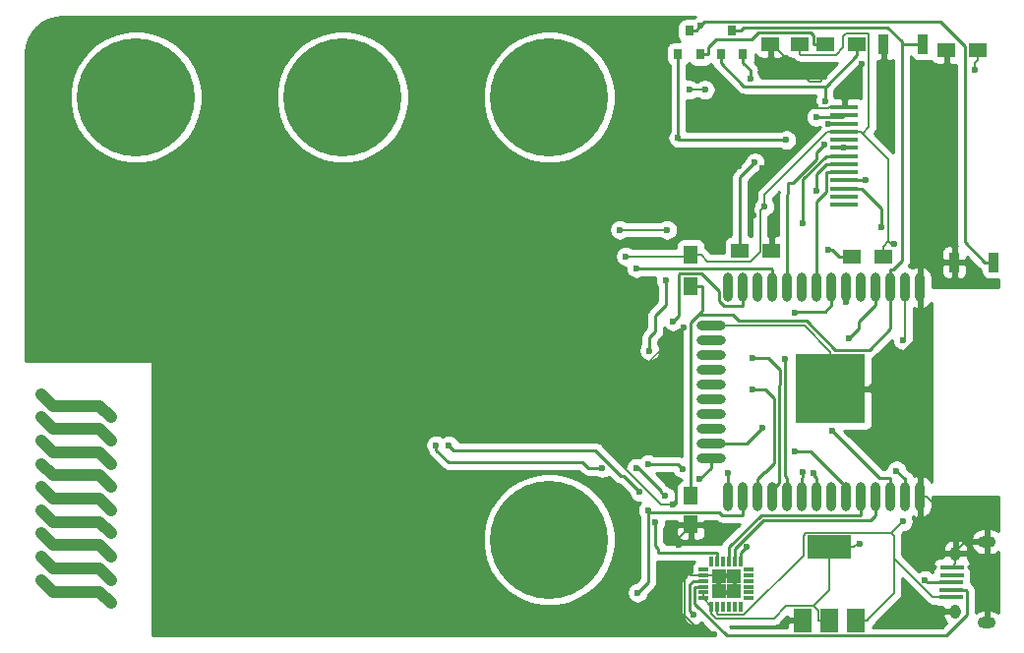
<source format=gbr>
G04 #@! TF.GenerationSoftware,KiCad,Pcbnew,(5.1.2)-1*
G04 #@! TF.CreationDate,2019-08-13T17:52:10+02:00*
G04 #@! TF.ProjectId,tinyRF24,74696e79-5246-4323-942e-6b696361645f,rev?*
G04 #@! TF.SameCoordinates,Original*
G04 #@! TF.FileFunction,Copper,L1,Top*
G04 #@! TF.FilePolarity,Positive*
%FSLAX46Y46*%
G04 Gerber Fmt 4.6, Leading zero omitted, Abs format (unit mm)*
G04 Created by KiCad (PCBNEW (5.1.2)-1) date 2019-08-13 17:52:10*
%MOMM*%
%LPD*%
G04 APERTURE LIST*
%ADD10O,0.900000X2.500000*%
%ADD11O,2.500000X0.900000*%
%ADD12R,6.000000X6.000000*%
%ADD13R,2.400000X0.400000*%
%ADD14R,1.500000X2.000000*%
%ADD15R,3.800000X2.000000*%
%ADD16C,1.270000*%
%ADD17C,10.160000*%
%ADD18R,1.500000X1.300000*%
%ADD19R,1.500000X1.250000*%
%ADD20R,0.800000X0.900000*%
%ADD21R,0.900000X1.700000*%
%ADD22R,1.250000X1.500000*%
%ADD23R,1.300000X1.500000*%
%ADD24R,1.300000X1.300000*%
%ADD25R,0.300000X0.850000*%
%ADD26R,0.850000X0.300000*%
%ADD27R,2.000000X0.400000*%
%ADD28O,0.950000X1.250000*%
%ADD29O,1.550000X1.000000*%
%ADD30C,0.600000*%
%ADD31C,0.152400*%
%ADD32C,0.250000*%
%ADD33C,1.000000*%
%ADD34C,0.254000*%
G04 APERTURE END LIST*
D10*
X161460000Y-91550000D03*
X160190000Y-91550000D03*
X158920000Y-91550000D03*
X157650000Y-91550000D03*
X156380000Y-91550000D03*
X155110000Y-91550000D03*
X153840000Y-91550000D03*
X152570000Y-91550000D03*
X151300000Y-91550000D03*
X150030000Y-91550000D03*
X148760000Y-91550000D03*
X147490000Y-91550000D03*
X146220000Y-91550000D03*
X144950000Y-91550000D03*
D11*
X143460000Y-88265000D03*
X143460000Y-86995000D03*
X143460000Y-85725000D03*
X143460000Y-84455000D03*
X143460000Y-83185000D03*
X143460000Y-81915000D03*
X143460000Y-80645000D03*
X143460000Y-79375000D03*
X143460000Y-78105000D03*
X143460000Y-76835000D03*
D10*
X144950000Y-73550000D03*
X146220000Y-73550000D03*
X147490000Y-73550000D03*
X148760000Y-73550000D03*
X150030000Y-73550000D03*
X151300000Y-73550000D03*
X152570000Y-73550000D03*
X153840000Y-73550000D03*
X155110000Y-73550000D03*
X156380000Y-73550000D03*
X157650000Y-73550000D03*
X158920000Y-73550000D03*
X160190000Y-73550000D03*
X161460000Y-73550000D03*
D12*
X153760000Y-82250000D03*
D13*
X154940000Y-66430000D03*
X154940000Y-58030000D03*
X154940000Y-65730000D03*
X154940000Y-62230000D03*
X154940000Y-65030000D03*
X154940000Y-64330000D03*
X154940000Y-63630000D03*
X154940000Y-62930000D03*
X154940000Y-59430000D03*
X154940000Y-61530000D03*
X154940000Y-60830000D03*
X154940000Y-58730000D03*
X154940000Y-60130000D03*
D14*
X151370000Y-102210000D03*
X155970000Y-102210000D03*
X153670000Y-102210000D03*
D15*
X153670000Y-95910000D03*
D16*
X95730000Y-60400000D03*
D17*
X93980000Y-57150000D03*
X129540000Y-57150000D03*
D16*
X131290000Y-60400000D03*
D18*
X145970000Y-70358000D03*
X148670000Y-70358000D03*
D17*
X129540000Y-95250000D03*
D16*
X132790000Y-93500000D03*
D18*
X155600000Y-70916800D03*
X158300000Y-70916800D03*
D19*
X151110000Y-52578000D03*
X148610000Y-52578000D03*
D20*
X141605000Y-51451000D03*
X142555000Y-53451000D03*
X140655000Y-53451000D03*
D16*
X113510000Y-60400000D03*
D17*
X111760000Y-57150000D03*
D21*
X164416000Y-71374000D03*
X167816000Y-71374000D03*
D18*
X166450000Y-53086000D03*
X163750000Y-53086000D03*
D22*
X141732000Y-91460000D03*
X141732000Y-93960000D03*
D23*
X141732000Y-73406000D03*
X141732000Y-70706000D03*
D21*
X161720000Y-52578000D03*
X158320000Y-52578000D03*
D24*
X144130000Y-98410000D03*
X144130000Y-99710000D03*
X145430000Y-98410000D03*
X145430000Y-99710000D03*
D25*
X143530000Y-97110000D03*
X144030000Y-97110000D03*
X144530000Y-97110000D03*
X145030000Y-97110000D03*
X145530000Y-97110000D03*
X146030000Y-97110000D03*
D26*
X146730000Y-97810000D03*
X146730000Y-98310000D03*
X146730000Y-98810000D03*
X146730000Y-99310000D03*
X146730000Y-99810000D03*
X146730000Y-100310000D03*
D25*
X146030000Y-101010000D03*
X145530000Y-101010000D03*
X145030000Y-101010000D03*
X144530000Y-101010000D03*
X144030000Y-101010000D03*
X143530000Y-101010000D03*
D26*
X142830000Y-100310000D03*
X142830000Y-99810000D03*
X142830000Y-99310000D03*
X142830000Y-98810000D03*
X142830000Y-98310000D03*
X142830000Y-97810000D03*
D20*
X144338000Y-53451000D03*
X146238000Y-53451000D03*
X145288000Y-51451000D03*
D18*
X156036000Y-52578000D03*
X153336000Y-52578000D03*
D27*
X164188140Y-100223320D03*
X164188140Y-99590860D03*
X164180520Y-98945700D03*
X164193220Y-98287840D03*
X164193220Y-97637600D03*
D28*
X164512000Y-101433000D03*
X164512000Y-96433000D03*
D29*
X167212000Y-102433000D03*
X167212000Y-95433000D03*
D30*
X110951800Y-80013500D03*
X120904900Y-97435700D03*
X106112600Y-99184200D03*
X107840000Y-85692600D03*
X110695000Y-78046400D03*
X140716000Y-95734700D03*
X141224000Y-97790000D03*
X143764000Y-103378000D03*
X151370000Y-102354000D03*
X156464000Y-54319500D03*
X158320000Y-52578000D03*
X153267179Y-55438237D03*
X154940000Y-56642000D03*
X145903000Y-63119000D03*
X144780000Y-64770000D03*
X148670000Y-70358000D03*
X147874723Y-63282486D03*
X147162400Y-67310000D03*
X143460000Y-76835000D03*
X141107000Y-76962000D03*
X140208000Y-92202000D03*
X141732000Y-93842900D03*
X154940000Y-61530000D03*
X153606500Y-59489500D03*
X152463500Y-57912000D03*
X159271300Y-69816700D03*
X156279400Y-95612500D03*
X159979300Y-78082800D03*
X148072500Y-66559300D03*
X136144000Y-70866000D03*
X166161600Y-54848100D03*
X159989600Y-93694700D03*
X142952600Y-56515000D03*
X141605000Y-56515000D03*
X139700000Y-68580000D03*
X135635000Y-68580000D03*
X158148700Y-68398700D03*
X159446600Y-89314600D03*
X156762100Y-64259500D03*
X151372600Y-89423400D03*
X149867000Y-79684700D03*
X151393700Y-68018400D03*
X152557700Y-65251200D03*
X147874400Y-85622800D03*
X151300000Y-73550000D03*
X147490000Y-73550000D03*
X144950000Y-73550000D03*
X143460000Y-78105000D03*
X85840000Y-96730000D03*
X85840000Y-98730000D03*
X85840000Y-90730000D03*
X85840000Y-94730000D03*
X91840000Y-96730000D03*
X91840000Y-90730000D03*
X85840000Y-92730000D03*
X91840000Y-88730000D03*
X91840000Y-98730000D03*
X91840000Y-100730000D03*
X91840000Y-92730000D03*
X91840000Y-94730000D03*
X85840000Y-84730000D03*
X85840000Y-86730000D03*
X85840000Y-88730000D03*
X85840000Y-82730000D03*
X91840000Y-84730000D03*
X91840000Y-86730000D03*
X152275000Y-89531100D03*
X138059000Y-92710000D03*
X137160000Y-99822000D03*
X140208000Y-76454000D03*
X137043000Y-71882000D03*
X147244200Y-62790100D03*
X153869600Y-85872300D03*
X153534900Y-70304100D03*
X144932000Y-89512300D03*
X142562000Y-51032700D03*
X141991900Y-101729000D03*
X161887935Y-98716065D03*
X149951600Y-60857000D03*
X138684000Y-93726000D03*
X138176000Y-78994000D03*
X139583000Y-72898000D03*
X140655000Y-60645000D03*
X146519700Y-95906900D03*
X153276600Y-57501200D03*
X146838100Y-55572300D03*
X153255759Y-61205451D03*
X152527000Y-58864500D03*
X147066000Y-82312500D03*
X147066000Y-79612500D03*
X155130500Y-74803000D03*
X155384500Y-77914500D03*
X150685500Y-75692000D03*
X120904000Y-87122000D03*
X137324065Y-91148935D03*
X138059000Y-88764478D03*
X141033500Y-89154000D03*
X150685500Y-87630000D03*
X142494000Y-90043000D03*
X139509500Y-91503500D03*
X137033000Y-89090500D03*
X134112000Y-89090500D03*
X119824500Y-87122000D03*
D31*
X161460000Y-91550000D02*
X161460000Y-86797600D01*
X161460000Y-86797600D02*
X156912000Y-82250000D01*
X153760000Y-82250000D02*
X156912000Y-82250000D01*
X156912000Y-82250000D02*
X161460000Y-77702400D01*
X161460000Y-77702400D02*
X161460000Y-73550000D01*
X153760000Y-82250000D02*
X153760000Y-79097600D01*
X153760000Y-79097600D02*
X151497000Y-76835000D01*
X151497000Y-76835000D02*
X143460000Y-76835000D01*
X140716000Y-95101000D02*
X140716000Y-95734700D01*
X141732000Y-93960000D02*
X141732000Y-94085000D01*
X141732000Y-94085000D02*
X140716000Y-95101000D01*
X141744000Y-98310000D02*
X142830000Y-98310000D01*
X141224000Y-97790000D02*
X141744000Y-98310000D01*
X144030000Y-98310000D02*
X144130000Y-98410000D01*
X142830000Y-98310000D02*
X144030000Y-98310000D01*
X144130000Y-98410000D02*
X145430000Y-98410000D01*
X145430000Y-98410000D02*
X145430000Y-99710000D01*
X145430000Y-99710000D02*
X144130000Y-99710000D01*
X144130000Y-99710000D02*
X144130000Y-98410000D01*
X142788122Y-103378000D02*
X143764000Y-103378000D01*
X141224000Y-97790000D02*
X141224000Y-101813878D01*
X141224000Y-101813878D02*
X142788122Y-103378000D01*
X154940000Y-55843500D02*
X156464000Y-54319500D01*
X152893526Y-55811890D02*
X153267179Y-55438237D01*
X151968890Y-55811890D02*
X152893526Y-55811890D01*
X148610000Y-52578000D02*
X148735000Y-52578000D01*
X148735000Y-52578000D02*
X151968890Y-55811890D01*
X154940000Y-58030000D02*
X154940000Y-56642000D01*
X154940000Y-56642000D02*
X154940000Y-55843500D01*
X144780000Y-64117000D02*
X144780000Y-64770000D01*
X145903000Y-63119000D02*
X145778000Y-63119000D01*
X145778000Y-63119000D02*
X144780000Y-64117000D01*
X147874723Y-63282486D02*
X147162400Y-63994809D01*
X147162400Y-63994809D02*
X147162400Y-67310000D01*
X141107000Y-76962000D02*
X135636000Y-82433000D01*
X135636000Y-82433000D02*
X135636000Y-88646000D01*
X135636000Y-88646000D02*
X139192000Y-92202000D01*
X139192000Y-92202000D02*
X140208000Y-92202000D01*
X164512000Y-97318820D02*
X164193220Y-97637600D01*
X164512000Y-96433000D02*
X164512000Y-97318820D01*
X164512000Y-96283000D02*
X164512000Y-96433000D01*
X165362000Y-95433000D02*
X164512000Y-96283000D01*
X167212000Y-95433000D02*
X165362000Y-95433000D01*
X165362000Y-94849600D02*
X165362000Y-95433000D01*
X162062400Y-91550000D02*
X165362000Y-94849600D01*
X161460000Y-91550000D02*
X162062400Y-91550000D01*
X167212000Y-101780600D02*
X167212000Y-95433000D01*
X167212000Y-102433000D02*
X167212000Y-101780600D01*
X154880500Y-59489500D02*
X154940000Y-59430000D01*
X153606500Y-59489500D02*
X154880500Y-59489500D01*
X153587600Y-58030000D02*
X154940000Y-58030000D01*
X153540199Y-58077401D02*
X153587600Y-58030000D01*
X152628901Y-58077401D02*
X153540199Y-58077401D01*
X152463500Y-57912000D02*
X152628901Y-58077401D01*
X158759600Y-69578300D02*
X158300000Y-70037900D01*
X158759600Y-62520800D02*
X158759600Y-69578300D01*
X159271300Y-69816700D02*
X158998000Y-69816700D01*
X158998000Y-69816700D02*
X158759600Y-69578300D01*
X159979300Y-78082800D02*
X160190000Y-77872100D01*
X160190000Y-77872100D02*
X160190000Y-73550000D01*
X158300000Y-70916800D02*
X158300000Y-70037900D01*
X156368800Y-60130000D02*
X156368900Y-60129900D01*
X156292600Y-60130000D02*
X156368800Y-60130000D01*
X153670000Y-95910000D02*
X153670000Y-99629600D01*
X153670000Y-99629600D02*
X152318600Y-100981000D01*
X153718400Y-95910000D02*
X153670000Y-95910000D01*
X152318600Y-100981000D02*
X152691100Y-101353500D01*
X152691100Y-101353500D02*
X152691100Y-102210000D01*
X143530000Y-101663900D02*
X143885800Y-102019700D01*
X143885800Y-102019700D02*
X148889400Y-102019700D01*
X148889400Y-102019700D02*
X149928100Y-100981000D01*
X149928100Y-100981000D02*
X152318600Y-100981000D01*
X143530000Y-101010000D02*
X143530000Y-101663900D01*
X142830000Y-100310000D02*
X143530000Y-101010000D01*
X153670000Y-102210000D02*
X152691100Y-102210000D01*
X154940000Y-60130000D02*
X156292600Y-60130000D01*
X142610900Y-70706000D02*
X143189500Y-71284600D01*
X143189500Y-71284600D02*
X146876600Y-71284600D01*
X146876600Y-71284600D02*
X147691000Y-70470200D01*
X147691000Y-70470200D02*
X147691000Y-66940800D01*
X147691000Y-66940800D02*
X148072500Y-66559300D01*
X153511100Y-60130000D02*
X148072500Y-65568600D01*
X148072500Y-65568600D02*
X148072500Y-66559300D01*
X141732000Y-70706000D02*
X142610900Y-70706000D01*
X153718400Y-95910000D02*
X155798900Y-95910000D01*
X156279400Y-95612500D02*
X156096400Y-95612500D01*
X156096400Y-95612500D02*
X155798900Y-95910000D01*
X154940000Y-60130000D02*
X153511100Y-60130000D01*
X142830000Y-99810000D02*
X142830000Y-100310000D01*
X141572000Y-70866000D02*
X141732000Y-70706000D01*
X136144000Y-70866000D02*
X141572000Y-70866000D01*
X157062600Y-59726400D02*
X156513900Y-60275100D01*
X157062600Y-51770200D02*
X157062600Y-59726400D01*
X156943800Y-51651400D02*
X157062600Y-51770200D01*
X154865400Y-52903600D02*
X154865400Y-51901700D01*
X156513900Y-60275100D02*
X158759600Y-62520800D01*
X156368800Y-60130000D02*
X156513900Y-60275100D01*
X151110000Y-52578000D02*
X151110000Y-53431900D01*
X154865400Y-51901700D02*
X155115700Y-51651400D01*
X151110000Y-53431900D02*
X151182700Y-53504600D01*
X151182700Y-53504600D02*
X154264400Y-53504600D01*
X155115700Y-51651400D02*
X156943800Y-51651400D01*
X154264400Y-53504600D02*
X154865400Y-52903600D01*
X166450000Y-53086000D02*
X166450000Y-53964900D01*
X166450000Y-53964900D02*
X166161600Y-54253300D01*
X166161600Y-54253300D02*
X166161600Y-54848100D01*
X155970000Y-102210000D02*
X156948900Y-102210000D01*
X158999200Y-94685100D02*
X159989600Y-93694700D01*
X144030000Y-101663900D02*
X144077700Y-101711600D01*
X144077700Y-101711600D02*
X146297700Y-101711600D01*
X146297700Y-101711600D02*
X151413700Y-96595600D01*
X151413700Y-96595600D02*
X151413700Y-94920400D01*
X151413700Y-94920400D02*
X151653000Y-94681100D01*
X151653000Y-94681100D02*
X158995100Y-94681100D01*
X158995100Y-94681100D02*
X158999200Y-94685100D01*
X144030000Y-101010000D02*
X144030000Y-101663900D01*
X142952600Y-56515000D02*
X141605000Y-56515000D01*
X139700000Y-68580000D02*
X135635000Y-68580000D01*
X162580320Y-100223320D02*
X164188140Y-100223320D01*
X159245100Y-96888100D02*
X162580320Y-100223320D01*
X158999200Y-94685100D02*
X159245100Y-94931100D01*
X159245100Y-94931100D02*
X159245100Y-96888100D01*
X159245100Y-96888100D02*
X159245100Y-99834900D01*
X156948900Y-102131100D02*
X159245100Y-99834900D01*
X156948900Y-102210000D02*
X156948900Y-102131100D01*
D32*
X160190000Y-91550000D02*
X160190000Y-89974700D01*
X154940000Y-65030000D02*
X156465300Y-65030000D01*
X158148700Y-68398700D02*
X158148700Y-66713400D01*
X158148700Y-66713400D02*
X156465300Y-65030000D01*
X160190000Y-89974700D02*
X160106700Y-89974700D01*
X160106700Y-89974700D02*
X159446600Y-89314600D01*
X154940000Y-64330000D02*
X156465300Y-64330000D01*
X156762100Y-64259500D02*
X156535800Y-64259500D01*
X156535800Y-64259500D02*
X156465300Y-64330000D01*
X151300000Y-91550000D02*
X151300000Y-89974700D01*
X151300000Y-89974700D02*
X151372600Y-89902100D01*
X151372600Y-89902100D02*
X151372600Y-89423400D01*
X153414700Y-62230000D02*
X151393700Y-64251000D01*
X151393700Y-64251000D02*
X151393700Y-68018400D01*
X150030000Y-91550000D02*
X150030000Y-89974700D01*
X149867000Y-79684700D02*
X149867000Y-89811700D01*
X149867000Y-89811700D02*
X150030000Y-89974700D01*
X154940000Y-62230000D02*
X153414700Y-62230000D01*
X153414700Y-62930000D02*
X152557700Y-63787000D01*
X152557700Y-63787000D02*
X152557700Y-65251200D01*
X154940000Y-62930000D02*
X153414700Y-62930000D01*
X143460000Y-86995000D02*
X146502200Y-86995000D01*
X146502200Y-86995000D02*
X147874400Y-85622800D01*
X154940000Y-63630000D02*
X153414700Y-63630000D01*
X152570000Y-73550000D02*
X152570000Y-66155300D01*
X152570000Y-66155300D02*
X153414700Y-65310600D01*
X153414700Y-65310600D02*
X153414700Y-63630000D01*
D33*
X85840000Y-94730000D02*
X86840000Y-95730000D01*
X86840000Y-95730000D02*
X90840000Y-95730000D01*
X90840000Y-95730000D02*
X91840000Y-96730000D01*
X85840000Y-86730000D02*
X86840000Y-87730000D01*
X86840000Y-87730000D02*
X90840000Y-87730000D01*
X90840000Y-87730000D02*
X91840000Y-88730000D01*
X85840000Y-84730000D02*
X86840000Y-85730000D01*
X86840000Y-85730000D02*
X90840000Y-85730000D01*
X90840000Y-85730000D02*
X91840000Y-86730000D01*
X85840000Y-98730000D02*
X86840000Y-99730000D01*
X86840000Y-99730000D02*
X90840000Y-99730000D01*
X90840000Y-99730000D02*
X91840000Y-100730000D01*
X85840000Y-92730000D02*
X86840000Y-93730000D01*
X86840000Y-93730000D02*
X90840000Y-93730000D01*
X90840000Y-93730000D02*
X91840000Y-94730000D01*
X85840000Y-90730000D02*
X86840000Y-91730000D01*
X86840000Y-91730000D02*
X90840000Y-91730000D01*
X90840000Y-91730000D02*
X91840000Y-92730000D01*
X85840000Y-88730000D02*
X86840000Y-89730000D01*
X86840000Y-89730000D02*
X90840000Y-89730000D01*
X90840000Y-89730000D02*
X91840000Y-90730000D01*
X85840000Y-96730000D02*
X86840000Y-97730000D01*
X86840000Y-97730000D02*
X90840000Y-97730000D01*
X90840000Y-97730000D02*
X91840000Y-98730000D01*
X85840000Y-82730000D02*
X86840000Y-83730000D01*
X86840000Y-83730000D02*
X90840000Y-83730000D01*
X90840000Y-83730000D02*
X91840000Y-84730000D01*
D32*
X152570000Y-91550000D02*
X152570000Y-89974700D01*
X152570000Y-89974700D02*
X152275000Y-89679700D01*
X152275000Y-89679700D02*
X152275000Y-89531100D01*
X146220000Y-93125300D02*
X144415300Y-93125300D01*
X144415300Y-93125300D02*
X144174600Y-92884600D01*
X144174600Y-92884600D02*
X138314100Y-92884600D01*
X146220000Y-91550000D02*
X146220000Y-93125300D01*
X138314100Y-92884600D02*
X138233600Y-92884600D01*
X138233600Y-92884600D02*
X138059000Y-92710000D01*
X138059000Y-93134264D02*
X138059000Y-92710000D01*
X138058999Y-98923001D02*
X138059000Y-93134264D01*
X137160000Y-99822000D02*
X138058999Y-98923001D01*
X146220000Y-73550000D02*
X146220000Y-75125300D01*
X146220000Y-75125300D02*
X144602800Y-75125300D01*
X144602800Y-75125300D02*
X144174600Y-74697100D01*
X144174600Y-74697100D02*
X144174600Y-73895600D01*
X144174600Y-73895600D02*
X142609600Y-72330600D01*
X140822398Y-72330600D02*
X140716000Y-72436998D01*
X142609600Y-72330600D02*
X140822398Y-72330600D01*
X140716000Y-72436998D02*
X140716000Y-75946000D01*
X140208000Y-76454000D02*
X140716000Y-75946000D01*
X148760000Y-73550000D02*
X148760000Y-71974700D01*
X148760000Y-71974700D02*
X148665500Y-71880200D01*
X140636388Y-71880200D02*
X148665500Y-71880200D01*
X140634588Y-71882000D02*
X140636388Y-71880200D01*
X137043000Y-71882000D02*
X140634588Y-71882000D01*
X145970000Y-70358000D02*
X145970000Y-69382700D01*
X147244200Y-62790100D02*
X145970000Y-64064300D01*
X145970000Y-64064300D02*
X145970000Y-69382700D01*
X158920000Y-91550000D02*
X158920000Y-89974700D01*
X158920000Y-89974700D02*
X157972000Y-89974700D01*
X157972000Y-89974700D02*
X153869600Y-85872300D01*
X159896600Y-52578000D02*
X159896600Y-52389500D01*
X159896600Y-52389500D02*
X158682000Y-51174900D01*
X158682000Y-51174900D02*
X146289400Y-51174900D01*
X146289400Y-51174900D02*
X146013300Y-51451000D01*
X160944700Y-52578000D02*
X159896600Y-52578000D01*
X159896600Y-71239100D02*
X159896600Y-52578000D01*
X158920000Y-73550000D02*
X158920000Y-71974700D01*
X142724300Y-75575700D02*
X142724300Y-73423000D01*
X142724300Y-73423000D02*
X142707300Y-73406000D01*
X141732000Y-91460000D02*
X141732000Y-76568000D01*
X141732000Y-73406000D02*
X142707300Y-73406000D01*
X161720000Y-52578000D02*
X160944700Y-52578000D01*
X159161000Y-71974700D02*
X159896600Y-71239100D01*
X158920000Y-71974700D02*
X159161000Y-71974700D01*
X142424000Y-75876000D02*
X145345000Y-75876000D01*
X142424000Y-75876000D02*
X142724300Y-75575700D01*
X141732000Y-76568000D02*
X142424000Y-75876000D01*
X151514156Y-76433790D02*
X151663152Y-76433777D01*
X145345000Y-75876000D02*
X145902790Y-76433790D01*
X145902790Y-76433790D02*
X151514156Y-76433790D01*
X151663152Y-76433777D02*
X154154814Y-78924999D01*
X154154814Y-78924999D02*
X157104501Y-78924999D01*
X158920000Y-77109500D02*
X158920000Y-73550000D01*
X157104501Y-78924999D02*
X158920000Y-77109500D01*
X145288000Y-51451000D02*
X146013300Y-51451000D01*
X167816000Y-71374000D02*
X167040700Y-71374000D01*
X167040700Y-71374000D02*
X165302300Y-69635600D01*
X165302300Y-69635600D02*
X165302300Y-52764900D01*
X165302300Y-52764900D02*
X163213000Y-50675600D01*
X163213000Y-50675600D02*
X142919100Y-50675600D01*
X142919100Y-50675600D02*
X142562000Y-51032700D01*
X155600000Y-70916800D02*
X154524700Y-70916800D01*
X153534900Y-70304100D02*
X153912000Y-70304100D01*
X153912000Y-70304100D02*
X154524700Y-70916800D01*
X144950000Y-91550000D02*
X144950000Y-89974700D01*
X144950000Y-89974700D02*
X144932000Y-89956700D01*
X144932000Y-89956700D02*
X144932000Y-89512300D01*
X142562000Y-51032700D02*
X142330300Y-51264400D01*
X142330300Y-51375700D02*
X142330300Y-51264400D01*
X142255000Y-51451000D02*
X142330300Y-51375700D01*
X141605000Y-51451000D02*
X142255000Y-51451000D01*
X142830000Y-98810000D02*
X141929400Y-98810000D01*
X141929400Y-98810000D02*
X141629300Y-99110100D01*
X141629300Y-99110100D02*
X141629300Y-101366400D01*
X141629300Y-101366400D02*
X141991900Y-101729000D01*
X162117570Y-98945700D02*
X164180520Y-98945700D01*
X161887935Y-98716065D02*
X162117570Y-98945700D01*
X142079700Y-99310000D02*
X142079700Y-100785000D01*
X142830000Y-99310000D02*
X142079700Y-99310000D01*
X142079700Y-100785000D02*
X144830100Y-103535400D01*
X163690984Y-103535400D02*
X144830100Y-103535400D01*
X165513141Y-101713243D02*
X163690984Y-103535400D01*
X165513141Y-99665861D02*
X165513141Y-101713243D01*
X165438140Y-99590860D02*
X165513141Y-99665861D01*
X164188140Y-99590860D02*
X165438140Y-99590860D01*
X152260700Y-52578000D02*
X153336000Y-52578000D01*
X152260700Y-51865200D02*
X152260700Y-52578000D01*
X152023100Y-51627600D02*
X152260700Y-51865200D01*
X147554100Y-51627600D02*
X152023100Y-51627600D01*
X143280300Y-53451000D02*
X143280300Y-52871200D01*
X142555000Y-53451000D02*
X143280300Y-53451000D01*
X143280300Y-52871200D02*
X143925499Y-52226001D01*
X146955300Y-52226400D02*
X147554100Y-51627600D01*
X143925499Y-52226001D02*
X146079001Y-52226001D01*
X146079001Y-52226001D02*
X146079400Y-52226400D01*
X146079400Y-52226400D02*
X146955300Y-52226400D01*
X138938000Y-96359700D02*
X144030000Y-96359700D01*
X140655000Y-60857000D02*
X149951600Y-60857000D01*
X144030000Y-97110000D02*
X144030000Y-96359700D01*
X138938000Y-96359700D02*
X138938000Y-96012000D01*
X138938000Y-96012000D02*
X138684000Y-95758000D01*
X138684000Y-95758000D02*
X138684000Y-93726000D01*
X138176000Y-77849590D02*
X138684000Y-77341590D01*
X138176000Y-78994000D02*
X138176000Y-77849590D01*
X138684000Y-77341590D02*
X138684000Y-75946000D01*
X138684000Y-75946000D02*
X139583000Y-75047000D01*
X139583000Y-75047000D02*
X139583000Y-72898000D01*
X140655000Y-60857000D02*
X140655000Y-60645000D01*
X140655000Y-60645000D02*
X140655000Y-53451000D01*
X153276600Y-56213100D02*
X153376200Y-56213100D01*
X153376200Y-56213100D02*
X156036000Y-53553300D01*
X144338000Y-54226300D02*
X146324800Y-56213100D01*
X146324800Y-56213100D02*
X153276600Y-56213100D01*
X153276600Y-56213100D02*
X153276600Y-57501200D01*
X146030000Y-97110000D02*
X146030000Y-96359700D01*
X146519700Y-95906900D02*
X146066900Y-96359700D01*
X146066900Y-96359700D02*
X146030000Y-96359700D01*
X144338000Y-53451000D02*
X144338000Y-54226300D01*
X156036000Y-52578000D02*
X156036000Y-53553300D01*
X146238000Y-53451000D02*
X146238000Y-54226300D01*
X146238000Y-54226300D02*
X146838100Y-54826400D01*
X146838100Y-54826400D02*
X146838100Y-55572300D01*
X157650000Y-93125300D02*
X157199600Y-93575700D01*
X157199600Y-93575700D02*
X147966600Y-93575700D01*
X147966600Y-93575700D02*
X145530000Y-96012300D01*
X145530000Y-96012300D02*
X145530000Y-97110000D01*
X157650000Y-91550000D02*
X157650000Y-93125300D01*
X156380000Y-93125300D02*
X147780100Y-93125300D01*
X147780100Y-93125300D02*
X145030000Y-95875400D01*
X145030000Y-95875400D02*
X145030000Y-97110000D01*
X156380000Y-91550000D02*
X156380000Y-93125300D01*
X150030000Y-73550000D02*
X150030000Y-65575000D01*
X150114000Y-65491000D02*
X150114000Y-64516000D01*
X150030000Y-65575000D02*
X150114000Y-65491000D01*
X150492290Y-64516000D02*
X152527000Y-62481290D01*
X150114000Y-64516000D02*
X150492290Y-64516000D01*
X152527000Y-62481290D02*
X152527000Y-61934210D01*
X152527000Y-61934210D02*
X153255759Y-61205451D01*
X154805500Y-58864500D02*
X154940000Y-58730000D01*
X152527000Y-58864500D02*
X154805500Y-58864500D01*
X147490000Y-90050000D02*
X148068500Y-89471500D01*
X147490000Y-91550000D02*
X147490000Y-90050000D01*
X148145500Y-89471500D02*
X148901990Y-88715010D01*
X148068500Y-89471500D02*
X148145500Y-89471500D01*
X148901990Y-88715010D02*
X148901990Y-83052490D01*
X148901990Y-83052490D02*
X148162000Y-82312500D01*
X148162000Y-82312500D02*
X147066000Y-82312500D01*
X148760000Y-90923971D02*
X149352000Y-90331971D01*
X148760000Y-91550000D02*
X148760000Y-90923971D01*
X149352000Y-81978500D02*
X149416990Y-81913510D01*
X149352000Y-90331971D02*
X149352000Y-81978500D01*
X149416990Y-81913510D02*
X149416990Y-80646490D01*
X149416990Y-80646490D02*
X148383000Y-79612500D01*
X148383000Y-79612500D02*
X147066000Y-79612500D01*
X155110000Y-73550000D02*
X155110000Y-74782500D01*
X155110000Y-74782500D02*
X155130500Y-74803000D01*
X157650000Y-75050000D02*
X156210000Y-76490000D01*
X157650000Y-73550000D02*
X157650000Y-75050000D01*
X156210000Y-76490000D02*
X156210000Y-77089000D01*
X156210000Y-77089000D02*
X155384500Y-77914500D01*
X153840000Y-75050000D02*
X153289000Y-75601000D01*
X153840000Y-73550000D02*
X153840000Y-75050000D01*
X153289000Y-75601000D02*
X150776500Y-75601000D01*
X150776500Y-75601000D02*
X150685500Y-75692000D01*
X120904000Y-87122000D02*
X121348500Y-87566500D01*
X133513002Y-87566500D02*
X135735502Y-89789000D01*
X121348500Y-87566500D02*
X133513002Y-87566500D01*
X135735502Y-89789000D02*
X135964130Y-89789000D01*
X135964130Y-89789000D02*
X137324065Y-91148935D01*
X138059000Y-88764478D02*
X140643978Y-88764478D01*
X140643978Y-88764478D02*
X141033500Y-89154000D01*
X155110000Y-90750000D02*
X152053500Y-87693500D01*
X155110000Y-91550000D02*
X155110000Y-90750000D01*
X152053500Y-87693500D02*
X150749000Y-87693500D01*
X150749000Y-87693500D02*
X150685500Y-87630000D01*
X143460000Y-88265000D02*
X143460000Y-89077000D01*
X143460000Y-89077000D02*
X142494000Y-90043000D01*
X139209501Y-91203501D02*
X139209501Y-91076501D01*
X139509500Y-91503500D02*
X139209501Y-91203501D01*
X139209501Y-91076501D02*
X137223500Y-89090500D01*
X137223500Y-89090500D02*
X137033000Y-89090500D01*
X132927000Y-89090500D02*
X134112000Y-89090500D01*
X132419000Y-88582500D02*
X132927000Y-89090500D01*
X120860736Y-88582500D02*
X132419000Y-88582500D01*
X119824500Y-87122000D02*
X119824500Y-87546264D01*
X119824500Y-87546264D02*
X120860736Y-88582500D01*
D34*
G36*
X141965972Y-50306438D02*
G01*
X141909482Y-50362928D01*
X141205000Y-50362928D01*
X141080518Y-50375188D01*
X140960820Y-50411498D01*
X140850506Y-50470463D01*
X140753815Y-50549815D01*
X140674463Y-50646506D01*
X140615498Y-50756820D01*
X140579188Y-50876518D01*
X140566928Y-51001000D01*
X140566928Y-51901000D01*
X140579188Y-52025482D01*
X140615498Y-52145180D01*
X140674463Y-52255494D01*
X140753815Y-52352185D01*
X140766905Y-52362928D01*
X140255000Y-52362928D01*
X140130518Y-52375188D01*
X140010820Y-52411498D01*
X139900506Y-52470463D01*
X139803815Y-52549815D01*
X139724463Y-52646506D01*
X139665498Y-52756820D01*
X139629188Y-52876518D01*
X139616928Y-53001000D01*
X139616928Y-53901000D01*
X139629188Y-54025482D01*
X139665498Y-54145180D01*
X139724463Y-54255494D01*
X139803815Y-54352185D01*
X139895001Y-54427019D01*
X139895000Y-60099464D01*
X139826414Y-60202111D01*
X139755932Y-60372271D01*
X139720000Y-60552911D01*
X139720000Y-60737089D01*
X139755932Y-60917729D01*
X139826414Y-61087889D01*
X139928738Y-61241028D01*
X140058972Y-61371262D01*
X140191700Y-61459948D01*
X140230724Y-61491974D01*
X140362753Y-61562546D01*
X140506014Y-61606003D01*
X140655000Y-61620677D01*
X140692333Y-61617000D01*
X149406065Y-61617000D01*
X149508711Y-61685586D01*
X149678871Y-61756068D01*
X149859511Y-61792000D01*
X150043689Y-61792000D01*
X150224329Y-61756068D01*
X150394489Y-61685586D01*
X150547628Y-61583262D01*
X150677862Y-61453028D01*
X150780186Y-61299889D01*
X150850668Y-61129729D01*
X150886600Y-60949089D01*
X150886600Y-60764911D01*
X150850668Y-60584271D01*
X150780186Y-60414111D01*
X150677862Y-60260972D01*
X150547628Y-60130738D01*
X150394489Y-60028414D01*
X150224329Y-59957932D01*
X150043689Y-59922000D01*
X149859511Y-59922000D01*
X149678871Y-59957932D01*
X149508711Y-60028414D01*
X149406065Y-60097000D01*
X141415000Y-60097000D01*
X141415000Y-57430524D01*
X141512911Y-57450000D01*
X141697089Y-57450000D01*
X141877729Y-57414068D01*
X142047889Y-57343586D01*
X142201028Y-57241262D01*
X142216090Y-57226200D01*
X142341510Y-57226200D01*
X142356572Y-57241262D01*
X142509711Y-57343586D01*
X142679871Y-57414068D01*
X142860511Y-57450000D01*
X143044689Y-57450000D01*
X143225329Y-57414068D01*
X143395489Y-57343586D01*
X143548628Y-57241262D01*
X143678862Y-57111028D01*
X143781186Y-56957889D01*
X143851668Y-56787729D01*
X143887600Y-56607089D01*
X143887600Y-56422911D01*
X143851668Y-56242271D01*
X143781186Y-56072111D01*
X143678862Y-55918972D01*
X143548628Y-55788738D01*
X143395489Y-55686414D01*
X143225329Y-55615932D01*
X143044689Y-55580000D01*
X142860511Y-55580000D01*
X142679871Y-55615932D01*
X142509711Y-55686414D01*
X142356572Y-55788738D01*
X142341510Y-55803800D01*
X142216090Y-55803800D01*
X142201028Y-55788738D01*
X142047889Y-55686414D01*
X141877729Y-55615932D01*
X141697089Y-55580000D01*
X141512911Y-55580000D01*
X141415000Y-55599476D01*
X141415000Y-54427018D01*
X141506185Y-54352185D01*
X141585537Y-54255494D01*
X141605000Y-54219082D01*
X141624463Y-54255494D01*
X141703815Y-54352185D01*
X141800506Y-54431537D01*
X141910820Y-54490502D01*
X142030518Y-54526812D01*
X142155000Y-54539072D01*
X142955000Y-54539072D01*
X143079482Y-54526812D01*
X143199180Y-54490502D01*
X143309494Y-54431537D01*
X143406185Y-54352185D01*
X143446500Y-54303061D01*
X143486815Y-54352185D01*
X143583506Y-54431537D01*
X143610426Y-54445926D01*
X143617317Y-54468645D01*
X143632454Y-54518546D01*
X143703026Y-54650576D01*
X143774201Y-54737302D01*
X143798000Y-54766301D01*
X143826998Y-54790099D01*
X145761001Y-56724103D01*
X145784799Y-56753101D01*
X145813797Y-56776899D01*
X145900524Y-56848074D01*
X146032553Y-56918646D01*
X146175814Y-56962103D01*
X146324800Y-56976777D01*
X146362133Y-56973100D01*
X152504950Y-56973100D01*
X152448014Y-57058311D01*
X152377532Y-57228471D01*
X152341600Y-57409111D01*
X152341600Y-57593289D01*
X152377532Y-57773929D01*
X152441971Y-57929500D01*
X152434911Y-57929500D01*
X152254271Y-57965432D01*
X152084111Y-58035914D01*
X151930972Y-58138238D01*
X151800738Y-58268472D01*
X151698414Y-58421611D01*
X151627932Y-58591771D01*
X151592000Y-58772411D01*
X151592000Y-58956589D01*
X151627932Y-59137229D01*
X151698414Y-59307389D01*
X151800738Y-59460528D01*
X151930972Y-59590762D01*
X152084111Y-59693086D01*
X152254271Y-59763568D01*
X152434911Y-59799500D01*
X152619089Y-59799500D01*
X152799729Y-59763568D01*
X152922666Y-59712646D01*
X147594311Y-65041002D01*
X147567173Y-65063274D01*
X147478298Y-65171568D01*
X147412258Y-65295120D01*
X147371591Y-65429181D01*
X147361300Y-65533665D01*
X147361300Y-65533674D01*
X147357860Y-65568600D01*
X147361300Y-65603526D01*
X147361300Y-65948210D01*
X147346238Y-65963272D01*
X147243914Y-66116411D01*
X147173432Y-66286571D01*
X147137500Y-66467211D01*
X147137500Y-66494173D01*
X147096798Y-66543768D01*
X147050706Y-66630000D01*
X147030759Y-66667319D01*
X147004319Y-66754482D01*
X146990092Y-66801381D01*
X146976360Y-66940800D01*
X146979801Y-66975736D01*
X146979800Y-69126847D01*
X146964180Y-69118498D01*
X146844482Y-69082188D01*
X146730000Y-69070913D01*
X146730000Y-64379101D01*
X147395849Y-63713253D01*
X147516929Y-63689168D01*
X147687089Y-63618686D01*
X147840228Y-63516362D01*
X147970462Y-63386128D01*
X148072786Y-63232989D01*
X148143268Y-63062829D01*
X148179200Y-62882189D01*
X148179200Y-62698011D01*
X148143268Y-62517371D01*
X148072786Y-62347211D01*
X147970462Y-62194072D01*
X147840228Y-62063838D01*
X147687089Y-61961514D01*
X147516929Y-61891032D01*
X147336289Y-61855100D01*
X147152111Y-61855100D01*
X146971471Y-61891032D01*
X146801311Y-61961514D01*
X146648172Y-62063838D01*
X146517938Y-62194072D01*
X146415614Y-62347211D01*
X146345132Y-62517371D01*
X146321047Y-62638451D01*
X145459003Y-63500496D01*
X145429999Y-63524299D01*
X145392494Y-63570000D01*
X145335026Y-63640024D01*
X145276420Y-63749667D01*
X145264454Y-63772054D01*
X145220997Y-63915315D01*
X145210000Y-64026968D01*
X145210000Y-64026978D01*
X145206324Y-64064300D01*
X145210000Y-64101623D01*
X145210001Y-69070913D01*
X145095518Y-69082188D01*
X144975820Y-69118498D01*
X144865506Y-69177463D01*
X144768815Y-69256815D01*
X144689463Y-69353506D01*
X144630498Y-69463820D01*
X144594188Y-69583518D01*
X144581928Y-69708000D01*
X144581928Y-70573400D01*
X143484088Y-70573400D01*
X143138501Y-70227814D01*
X143116227Y-70200673D01*
X143020072Y-70121760D01*
X143020072Y-69956000D01*
X143007812Y-69831518D01*
X142971502Y-69711820D01*
X142912537Y-69601506D01*
X142833185Y-69504815D01*
X142736494Y-69425463D01*
X142626180Y-69366498D01*
X142506482Y-69330188D01*
X142382000Y-69317928D01*
X141082000Y-69317928D01*
X140957518Y-69330188D01*
X140837820Y-69366498D01*
X140727506Y-69425463D01*
X140630815Y-69504815D01*
X140551463Y-69601506D01*
X140492498Y-69711820D01*
X140456188Y-69831518D01*
X140443928Y-69956000D01*
X140443928Y-70154800D01*
X136755090Y-70154800D01*
X136740028Y-70139738D01*
X136586889Y-70037414D01*
X136416729Y-69966932D01*
X136236089Y-69931000D01*
X136051911Y-69931000D01*
X135871271Y-69966932D01*
X135701111Y-70037414D01*
X135547972Y-70139738D01*
X135417738Y-70269972D01*
X135315414Y-70423111D01*
X135244932Y-70593271D01*
X135209000Y-70773911D01*
X135209000Y-70958089D01*
X135244932Y-71138729D01*
X135315414Y-71308889D01*
X135417738Y-71462028D01*
X135547972Y-71592262D01*
X135701111Y-71694586D01*
X135871271Y-71765068D01*
X136051911Y-71801000D01*
X136108000Y-71801000D01*
X136108000Y-71974089D01*
X136143932Y-72154729D01*
X136214414Y-72324889D01*
X136316738Y-72478028D01*
X136446972Y-72608262D01*
X136600111Y-72710586D01*
X136770271Y-72781068D01*
X136950911Y-72817000D01*
X137135089Y-72817000D01*
X137315729Y-72781068D01*
X137485889Y-72710586D01*
X137588535Y-72642000D01*
X138680604Y-72642000D01*
X138648000Y-72805911D01*
X138648000Y-72990089D01*
X138683932Y-73170729D01*
X138754414Y-73340889D01*
X138823001Y-73443537D01*
X138823000Y-74732198D01*
X138172998Y-75382201D01*
X138144000Y-75405999D01*
X138120202Y-75434997D01*
X138120201Y-75434998D01*
X138049026Y-75521724D01*
X137978454Y-75653754D01*
X137956012Y-75727738D01*
X137934998Y-75797014D01*
X137925940Y-75888976D01*
X137920324Y-75946000D01*
X137924001Y-75983332D01*
X137924000Y-77026788D01*
X137664998Y-77285791D01*
X137636000Y-77309589D01*
X137612202Y-77338587D01*
X137612201Y-77338588D01*
X137541026Y-77425314D01*
X137470454Y-77557344D01*
X137447251Y-77633837D01*
X137426998Y-77700604D01*
X137417745Y-77794546D01*
X137412324Y-77849590D01*
X137416001Y-77886922D01*
X137416000Y-78448464D01*
X137347414Y-78551111D01*
X137276932Y-78721271D01*
X137241000Y-78901911D01*
X137241000Y-79086089D01*
X137276932Y-79266729D01*
X137347414Y-79436889D01*
X137449738Y-79590028D01*
X137579972Y-79720262D01*
X137733111Y-79822586D01*
X137903271Y-79893068D01*
X138083911Y-79929000D01*
X138268089Y-79929000D01*
X138448729Y-79893068D01*
X138618889Y-79822586D01*
X138772028Y-79720262D01*
X138902262Y-79590028D01*
X139004586Y-79436889D01*
X139075068Y-79266729D01*
X139111000Y-79086089D01*
X139111000Y-78901911D01*
X139075068Y-78721271D01*
X139004586Y-78551111D01*
X138936000Y-78448465D01*
X138936000Y-78164391D01*
X139195003Y-77905388D01*
X139224001Y-77881591D01*
X139318974Y-77765866D01*
X139389546Y-77633837D01*
X139433003Y-77490576D01*
X139444000Y-77378923D01*
X139444000Y-77378914D01*
X139447676Y-77341591D01*
X139444000Y-77304268D01*
X139444000Y-76993549D01*
X139481738Y-77050028D01*
X139611972Y-77180262D01*
X139765111Y-77282586D01*
X139935271Y-77353068D01*
X140115911Y-77389000D01*
X140300089Y-77389000D01*
X140480729Y-77353068D01*
X140650889Y-77282586D01*
X140804028Y-77180262D01*
X140934262Y-77050028D01*
X140972001Y-76993548D01*
X140972000Y-88078055D01*
X140936225Y-88058932D01*
X140792964Y-88015475D01*
X140681311Y-88004478D01*
X140681300Y-88004478D01*
X140643978Y-88000802D01*
X140606656Y-88004478D01*
X138604535Y-88004478D01*
X138501889Y-87935892D01*
X138331729Y-87865410D01*
X138151089Y-87829478D01*
X137966911Y-87829478D01*
X137786271Y-87865410D01*
X137616111Y-87935892D01*
X137462972Y-88038216D01*
X137332738Y-88168450D01*
X137314856Y-88195212D01*
X137305729Y-88191432D01*
X137125089Y-88155500D01*
X136940911Y-88155500D01*
X136760271Y-88191432D01*
X136590111Y-88261914D01*
X136436972Y-88364238D01*
X136306738Y-88494472D01*
X136204414Y-88647611D01*
X136133932Y-88817771D01*
X136098000Y-88998411D01*
X136098000Y-89038508D01*
X136055640Y-89034336D01*
X134076806Y-87055503D01*
X134053003Y-87026499D01*
X133937278Y-86931526D01*
X133805249Y-86860954D01*
X133661988Y-86817497D01*
X133550335Y-86806500D01*
X133550324Y-86806500D01*
X133513002Y-86802824D01*
X133475680Y-86806500D01*
X121785352Y-86806500D01*
X121732586Y-86679111D01*
X121630262Y-86525972D01*
X121500028Y-86395738D01*
X121346889Y-86293414D01*
X121176729Y-86222932D01*
X120996089Y-86187000D01*
X120811911Y-86187000D01*
X120631271Y-86222932D01*
X120461111Y-86293414D01*
X120364250Y-86358134D01*
X120267389Y-86293414D01*
X120097229Y-86222932D01*
X119916589Y-86187000D01*
X119732411Y-86187000D01*
X119551771Y-86222932D01*
X119381611Y-86293414D01*
X119228472Y-86395738D01*
X119098238Y-86525972D01*
X118995914Y-86679111D01*
X118925432Y-86849271D01*
X118889500Y-87029911D01*
X118889500Y-87214089D01*
X118925432Y-87394729D01*
X118995914Y-87564889D01*
X119074197Y-87682048D01*
X119075497Y-87695250D01*
X119118954Y-87838511D01*
X119189526Y-87970540D01*
X119284500Y-88086265D01*
X119313498Y-88110063D01*
X120296936Y-89093502D01*
X120320735Y-89122501D01*
X120349733Y-89146299D01*
X120436459Y-89217474D01*
X120529351Y-89267126D01*
X120568489Y-89288046D01*
X120711750Y-89331503D01*
X120823403Y-89342500D01*
X120823413Y-89342500D01*
X120860735Y-89346176D01*
X120898058Y-89342500D01*
X132104199Y-89342500D01*
X132363200Y-89601502D01*
X132386999Y-89630501D01*
X132502724Y-89725474D01*
X132634753Y-89796046D01*
X132778014Y-89839503D01*
X132889667Y-89850500D01*
X132889676Y-89850500D01*
X132926999Y-89854176D01*
X132964322Y-89850500D01*
X133566465Y-89850500D01*
X133669111Y-89919086D01*
X133839271Y-89989568D01*
X134019911Y-90025500D01*
X134204089Y-90025500D01*
X134384729Y-89989568D01*
X134554889Y-89919086D01*
X134696299Y-89824599D01*
X135171702Y-90300002D01*
X135195501Y-90329001D01*
X135311226Y-90423974D01*
X135443255Y-90494546D01*
X135586516Y-90538003D01*
X135643993Y-90543664D01*
X136400912Y-91300584D01*
X136424997Y-91421664D01*
X136495479Y-91591824D01*
X136597803Y-91744963D01*
X136728037Y-91875197D01*
X136881176Y-91977521D01*
X137051336Y-92048003D01*
X137231976Y-92083935D01*
X137362775Y-92083935D01*
X137332738Y-92113972D01*
X137230414Y-92267111D01*
X137159932Y-92437271D01*
X137124000Y-92617911D01*
X137124000Y-92802089D01*
X137159932Y-92982729D01*
X137230414Y-93152889D01*
X137299001Y-93255537D01*
X137298999Y-98608199D01*
X137008351Y-98898847D01*
X136887271Y-98922932D01*
X136717111Y-98993414D01*
X136563972Y-99095738D01*
X136433738Y-99225972D01*
X136331414Y-99379111D01*
X136260932Y-99549271D01*
X136225000Y-99729911D01*
X136225000Y-99914089D01*
X136260932Y-100094729D01*
X136331414Y-100264889D01*
X136433738Y-100418028D01*
X136563972Y-100548262D01*
X136717111Y-100650586D01*
X136887271Y-100721068D01*
X137067911Y-100757000D01*
X137252089Y-100757000D01*
X137432729Y-100721068D01*
X137602889Y-100650586D01*
X137756028Y-100548262D01*
X137886262Y-100418028D01*
X137988586Y-100264889D01*
X138059068Y-100094729D01*
X138083153Y-99973649D01*
X138570006Y-99486796D01*
X138598999Y-99463002D01*
X138622793Y-99434009D01*
X138622798Y-99434004D01*
X138693973Y-99347277D01*
X138764545Y-99215248D01*
X138808002Y-99071987D01*
X138822676Y-98923001D01*
X138818998Y-98885658D01*
X138818999Y-97111656D01*
X138938000Y-97123377D01*
X138975333Y-97119700D01*
X142068771Y-97119700D01*
X142050506Y-97129463D01*
X141953815Y-97208815D01*
X141874463Y-97305506D01*
X141815498Y-97415820D01*
X141779188Y-97535518D01*
X141766928Y-97660000D01*
X141766928Y-97960000D01*
X141776978Y-98062039D01*
X141637153Y-98104454D01*
X141505124Y-98175026D01*
X141389399Y-98269999D01*
X141365600Y-98298998D01*
X141118302Y-98546297D01*
X141089299Y-98570099D01*
X141061105Y-98604454D01*
X140994326Y-98685824D01*
X140958533Y-98752788D01*
X140923754Y-98817854D01*
X140880297Y-98961115D01*
X140869300Y-99072768D01*
X140869300Y-99072778D01*
X140865624Y-99110100D01*
X140869300Y-99147423D01*
X140869301Y-101329068D01*
X140865624Y-101366400D01*
X140869301Y-101403733D01*
X140880298Y-101515386D01*
X140893402Y-101558586D01*
X140923754Y-101658646D01*
X140994326Y-101790676D01*
X141049266Y-101857620D01*
X141068933Y-101881584D01*
X141092832Y-102001729D01*
X141163314Y-102171889D01*
X141265638Y-102325028D01*
X141395872Y-102455262D01*
X141549011Y-102557586D01*
X141719171Y-102628068D01*
X141899811Y-102664000D01*
X142083989Y-102664000D01*
X142264629Y-102628068D01*
X142434789Y-102557586D01*
X142587928Y-102455262D01*
X142631544Y-102411646D01*
X143674898Y-103455000D01*
X95377000Y-103455000D01*
X95377000Y-94687122D01*
X123825000Y-94687122D01*
X123825000Y-95812878D01*
X124044625Y-96917004D01*
X124475433Y-97957067D01*
X125100870Y-98893100D01*
X125896900Y-99689130D01*
X126832933Y-100314567D01*
X127872996Y-100745375D01*
X128977122Y-100965000D01*
X130102878Y-100965000D01*
X131207004Y-100745375D01*
X132247067Y-100314567D01*
X133183100Y-99689130D01*
X133979130Y-98893100D01*
X134604567Y-97957067D01*
X135035375Y-96917004D01*
X135255000Y-95812878D01*
X135255000Y-94687122D01*
X135035375Y-93582996D01*
X134604567Y-92542933D01*
X133979130Y-91606900D01*
X133183100Y-90810870D01*
X132247067Y-90185433D01*
X131207004Y-89754625D01*
X130102878Y-89535000D01*
X128977122Y-89535000D01*
X127872996Y-89754625D01*
X126832933Y-90185433D01*
X125896900Y-90810870D01*
X125100870Y-91606900D01*
X124475433Y-92542933D01*
X124044625Y-93582996D01*
X123825000Y-94687122D01*
X95377000Y-94687122D01*
X95377000Y-80010000D01*
X95374560Y-79985224D01*
X95367333Y-79961399D01*
X95355597Y-79939443D01*
X95339803Y-79920197D01*
X95320557Y-79904403D01*
X95298601Y-79892667D01*
X95274776Y-79885440D01*
X95250000Y-79883000D01*
X84505000Y-79883000D01*
X84505000Y-68487911D01*
X134700000Y-68487911D01*
X134700000Y-68672089D01*
X134735932Y-68852729D01*
X134806414Y-69022889D01*
X134908738Y-69176028D01*
X135038972Y-69306262D01*
X135192111Y-69408586D01*
X135362271Y-69479068D01*
X135542911Y-69515000D01*
X135727089Y-69515000D01*
X135907729Y-69479068D01*
X136077889Y-69408586D01*
X136231028Y-69306262D01*
X136246090Y-69291200D01*
X139088910Y-69291200D01*
X139103972Y-69306262D01*
X139257111Y-69408586D01*
X139427271Y-69479068D01*
X139607911Y-69515000D01*
X139792089Y-69515000D01*
X139972729Y-69479068D01*
X140142889Y-69408586D01*
X140296028Y-69306262D01*
X140426262Y-69176028D01*
X140528586Y-69022889D01*
X140599068Y-68852729D01*
X140635000Y-68672089D01*
X140635000Y-68487911D01*
X140599068Y-68307271D01*
X140528586Y-68137111D01*
X140426262Y-67983972D01*
X140296028Y-67853738D01*
X140142889Y-67751414D01*
X139972729Y-67680932D01*
X139792089Y-67645000D01*
X139607911Y-67645000D01*
X139427271Y-67680932D01*
X139257111Y-67751414D01*
X139103972Y-67853738D01*
X139088910Y-67868800D01*
X136246090Y-67868800D01*
X136231028Y-67853738D01*
X136077889Y-67751414D01*
X135907729Y-67680932D01*
X135727089Y-67645000D01*
X135542911Y-67645000D01*
X135362271Y-67680932D01*
X135192111Y-67751414D01*
X135038972Y-67853738D01*
X134908738Y-67983972D01*
X134806414Y-68137111D01*
X134735932Y-68307271D01*
X134700000Y-68487911D01*
X84505000Y-68487911D01*
X84505000Y-56587122D01*
X88265000Y-56587122D01*
X88265000Y-57712878D01*
X88484625Y-58817004D01*
X88915433Y-59857067D01*
X89540870Y-60793100D01*
X90336900Y-61589130D01*
X91272933Y-62214567D01*
X92312996Y-62645375D01*
X93417122Y-62865000D01*
X94542878Y-62865000D01*
X95647004Y-62645375D01*
X96687067Y-62214567D01*
X97623100Y-61589130D01*
X98419130Y-60793100D01*
X99044567Y-59857067D01*
X99475375Y-58817004D01*
X99695000Y-57712878D01*
X99695000Y-56587122D01*
X106045000Y-56587122D01*
X106045000Y-57712878D01*
X106264625Y-58817004D01*
X106695433Y-59857067D01*
X107320870Y-60793100D01*
X108116900Y-61589130D01*
X109052933Y-62214567D01*
X110092996Y-62645375D01*
X111197122Y-62865000D01*
X112322878Y-62865000D01*
X113427004Y-62645375D01*
X114467067Y-62214567D01*
X115403100Y-61589130D01*
X116199130Y-60793100D01*
X116824567Y-59857067D01*
X117255375Y-58817004D01*
X117475000Y-57712878D01*
X117475000Y-56587122D01*
X123825000Y-56587122D01*
X123825000Y-57712878D01*
X124044625Y-58817004D01*
X124475433Y-59857067D01*
X125100870Y-60793100D01*
X125896900Y-61589130D01*
X126832933Y-62214567D01*
X127872996Y-62645375D01*
X128977122Y-62865000D01*
X130102878Y-62865000D01*
X131207004Y-62645375D01*
X132247067Y-62214567D01*
X133183100Y-61589130D01*
X133979130Y-60793100D01*
X134604567Y-59857067D01*
X135035375Y-58817004D01*
X135255000Y-57712878D01*
X135255000Y-56587122D01*
X135035375Y-55482996D01*
X134604567Y-54442933D01*
X133979130Y-53506900D01*
X133183100Y-52710870D01*
X132247067Y-52085433D01*
X131207004Y-51654625D01*
X130102878Y-51435000D01*
X128977122Y-51435000D01*
X127872996Y-51654625D01*
X126832933Y-52085433D01*
X125896900Y-52710870D01*
X125100870Y-53506900D01*
X124475433Y-54442933D01*
X124044625Y-55482996D01*
X123825000Y-56587122D01*
X117475000Y-56587122D01*
X117255375Y-55482996D01*
X116824567Y-54442933D01*
X116199130Y-53506900D01*
X115403100Y-52710870D01*
X114467067Y-52085433D01*
X113427004Y-51654625D01*
X112322878Y-51435000D01*
X111197122Y-51435000D01*
X110092996Y-51654625D01*
X109052933Y-52085433D01*
X108116900Y-52710870D01*
X107320870Y-53506900D01*
X106695433Y-54442933D01*
X106264625Y-55482996D01*
X106045000Y-56587122D01*
X99695000Y-56587122D01*
X99475375Y-55482996D01*
X99044567Y-54442933D01*
X98419130Y-53506900D01*
X97623100Y-52710870D01*
X96687067Y-52085433D01*
X95647004Y-51654625D01*
X94542878Y-51435000D01*
X93417122Y-51435000D01*
X92312996Y-51654625D01*
X91272933Y-52085433D01*
X90336900Y-52710870D01*
X89540870Y-53506900D01*
X88915433Y-54442933D01*
X88484625Y-55482996D01*
X88265000Y-56587122D01*
X84505000Y-56587122D01*
X84505000Y-53373504D01*
X84567738Y-52733656D01*
X84743832Y-52150405D01*
X85029856Y-51612471D01*
X85414922Y-51140333D01*
X85884359Y-50751981D01*
X86420286Y-50462206D01*
X87002291Y-50282045D01*
X87640189Y-50215000D01*
X142102819Y-50215000D01*
X141965972Y-50306438D01*
X141965972Y-50306438D01*
G37*
X141965972Y-50306438D02*
X141909482Y-50362928D01*
X141205000Y-50362928D01*
X141080518Y-50375188D01*
X140960820Y-50411498D01*
X140850506Y-50470463D01*
X140753815Y-50549815D01*
X140674463Y-50646506D01*
X140615498Y-50756820D01*
X140579188Y-50876518D01*
X140566928Y-51001000D01*
X140566928Y-51901000D01*
X140579188Y-52025482D01*
X140615498Y-52145180D01*
X140674463Y-52255494D01*
X140753815Y-52352185D01*
X140766905Y-52362928D01*
X140255000Y-52362928D01*
X140130518Y-52375188D01*
X140010820Y-52411498D01*
X139900506Y-52470463D01*
X139803815Y-52549815D01*
X139724463Y-52646506D01*
X139665498Y-52756820D01*
X139629188Y-52876518D01*
X139616928Y-53001000D01*
X139616928Y-53901000D01*
X139629188Y-54025482D01*
X139665498Y-54145180D01*
X139724463Y-54255494D01*
X139803815Y-54352185D01*
X139895001Y-54427019D01*
X139895000Y-60099464D01*
X139826414Y-60202111D01*
X139755932Y-60372271D01*
X139720000Y-60552911D01*
X139720000Y-60737089D01*
X139755932Y-60917729D01*
X139826414Y-61087889D01*
X139928738Y-61241028D01*
X140058972Y-61371262D01*
X140191700Y-61459948D01*
X140230724Y-61491974D01*
X140362753Y-61562546D01*
X140506014Y-61606003D01*
X140655000Y-61620677D01*
X140692333Y-61617000D01*
X149406065Y-61617000D01*
X149508711Y-61685586D01*
X149678871Y-61756068D01*
X149859511Y-61792000D01*
X150043689Y-61792000D01*
X150224329Y-61756068D01*
X150394489Y-61685586D01*
X150547628Y-61583262D01*
X150677862Y-61453028D01*
X150780186Y-61299889D01*
X150850668Y-61129729D01*
X150886600Y-60949089D01*
X150886600Y-60764911D01*
X150850668Y-60584271D01*
X150780186Y-60414111D01*
X150677862Y-60260972D01*
X150547628Y-60130738D01*
X150394489Y-60028414D01*
X150224329Y-59957932D01*
X150043689Y-59922000D01*
X149859511Y-59922000D01*
X149678871Y-59957932D01*
X149508711Y-60028414D01*
X149406065Y-60097000D01*
X141415000Y-60097000D01*
X141415000Y-57430524D01*
X141512911Y-57450000D01*
X141697089Y-57450000D01*
X141877729Y-57414068D01*
X142047889Y-57343586D01*
X142201028Y-57241262D01*
X142216090Y-57226200D01*
X142341510Y-57226200D01*
X142356572Y-57241262D01*
X142509711Y-57343586D01*
X142679871Y-57414068D01*
X142860511Y-57450000D01*
X143044689Y-57450000D01*
X143225329Y-57414068D01*
X143395489Y-57343586D01*
X143548628Y-57241262D01*
X143678862Y-57111028D01*
X143781186Y-56957889D01*
X143851668Y-56787729D01*
X143887600Y-56607089D01*
X143887600Y-56422911D01*
X143851668Y-56242271D01*
X143781186Y-56072111D01*
X143678862Y-55918972D01*
X143548628Y-55788738D01*
X143395489Y-55686414D01*
X143225329Y-55615932D01*
X143044689Y-55580000D01*
X142860511Y-55580000D01*
X142679871Y-55615932D01*
X142509711Y-55686414D01*
X142356572Y-55788738D01*
X142341510Y-55803800D01*
X142216090Y-55803800D01*
X142201028Y-55788738D01*
X142047889Y-55686414D01*
X141877729Y-55615932D01*
X141697089Y-55580000D01*
X141512911Y-55580000D01*
X141415000Y-55599476D01*
X141415000Y-54427018D01*
X141506185Y-54352185D01*
X141585537Y-54255494D01*
X141605000Y-54219082D01*
X141624463Y-54255494D01*
X141703815Y-54352185D01*
X141800506Y-54431537D01*
X141910820Y-54490502D01*
X142030518Y-54526812D01*
X142155000Y-54539072D01*
X142955000Y-54539072D01*
X143079482Y-54526812D01*
X143199180Y-54490502D01*
X143309494Y-54431537D01*
X143406185Y-54352185D01*
X143446500Y-54303061D01*
X143486815Y-54352185D01*
X143583506Y-54431537D01*
X143610426Y-54445926D01*
X143617317Y-54468645D01*
X143632454Y-54518546D01*
X143703026Y-54650576D01*
X143774201Y-54737302D01*
X143798000Y-54766301D01*
X143826998Y-54790099D01*
X145761001Y-56724103D01*
X145784799Y-56753101D01*
X145813797Y-56776899D01*
X145900524Y-56848074D01*
X146032553Y-56918646D01*
X146175814Y-56962103D01*
X146324800Y-56976777D01*
X146362133Y-56973100D01*
X152504950Y-56973100D01*
X152448014Y-57058311D01*
X152377532Y-57228471D01*
X152341600Y-57409111D01*
X152341600Y-57593289D01*
X152377532Y-57773929D01*
X152441971Y-57929500D01*
X152434911Y-57929500D01*
X152254271Y-57965432D01*
X152084111Y-58035914D01*
X151930972Y-58138238D01*
X151800738Y-58268472D01*
X151698414Y-58421611D01*
X151627932Y-58591771D01*
X151592000Y-58772411D01*
X151592000Y-58956589D01*
X151627932Y-59137229D01*
X151698414Y-59307389D01*
X151800738Y-59460528D01*
X151930972Y-59590762D01*
X152084111Y-59693086D01*
X152254271Y-59763568D01*
X152434911Y-59799500D01*
X152619089Y-59799500D01*
X152799729Y-59763568D01*
X152922666Y-59712646D01*
X147594311Y-65041002D01*
X147567173Y-65063274D01*
X147478298Y-65171568D01*
X147412258Y-65295120D01*
X147371591Y-65429181D01*
X147361300Y-65533665D01*
X147361300Y-65533674D01*
X147357860Y-65568600D01*
X147361300Y-65603526D01*
X147361300Y-65948210D01*
X147346238Y-65963272D01*
X147243914Y-66116411D01*
X147173432Y-66286571D01*
X147137500Y-66467211D01*
X147137500Y-66494173D01*
X147096798Y-66543768D01*
X147050706Y-66630000D01*
X147030759Y-66667319D01*
X147004319Y-66754482D01*
X146990092Y-66801381D01*
X146976360Y-66940800D01*
X146979801Y-66975736D01*
X146979800Y-69126847D01*
X146964180Y-69118498D01*
X146844482Y-69082188D01*
X146730000Y-69070913D01*
X146730000Y-64379101D01*
X147395849Y-63713253D01*
X147516929Y-63689168D01*
X147687089Y-63618686D01*
X147840228Y-63516362D01*
X147970462Y-63386128D01*
X148072786Y-63232989D01*
X148143268Y-63062829D01*
X148179200Y-62882189D01*
X148179200Y-62698011D01*
X148143268Y-62517371D01*
X148072786Y-62347211D01*
X147970462Y-62194072D01*
X147840228Y-62063838D01*
X147687089Y-61961514D01*
X147516929Y-61891032D01*
X147336289Y-61855100D01*
X147152111Y-61855100D01*
X146971471Y-61891032D01*
X146801311Y-61961514D01*
X146648172Y-62063838D01*
X146517938Y-62194072D01*
X146415614Y-62347211D01*
X146345132Y-62517371D01*
X146321047Y-62638451D01*
X145459003Y-63500496D01*
X145429999Y-63524299D01*
X145392494Y-63570000D01*
X145335026Y-63640024D01*
X145276420Y-63749667D01*
X145264454Y-63772054D01*
X145220997Y-63915315D01*
X145210000Y-64026968D01*
X145210000Y-64026978D01*
X145206324Y-64064300D01*
X145210000Y-64101623D01*
X145210001Y-69070913D01*
X145095518Y-69082188D01*
X144975820Y-69118498D01*
X144865506Y-69177463D01*
X144768815Y-69256815D01*
X144689463Y-69353506D01*
X144630498Y-69463820D01*
X144594188Y-69583518D01*
X144581928Y-69708000D01*
X144581928Y-70573400D01*
X143484088Y-70573400D01*
X143138501Y-70227814D01*
X143116227Y-70200673D01*
X143020072Y-70121760D01*
X143020072Y-69956000D01*
X143007812Y-69831518D01*
X142971502Y-69711820D01*
X142912537Y-69601506D01*
X142833185Y-69504815D01*
X142736494Y-69425463D01*
X142626180Y-69366498D01*
X142506482Y-69330188D01*
X142382000Y-69317928D01*
X141082000Y-69317928D01*
X140957518Y-69330188D01*
X140837820Y-69366498D01*
X140727506Y-69425463D01*
X140630815Y-69504815D01*
X140551463Y-69601506D01*
X140492498Y-69711820D01*
X140456188Y-69831518D01*
X140443928Y-69956000D01*
X140443928Y-70154800D01*
X136755090Y-70154800D01*
X136740028Y-70139738D01*
X136586889Y-70037414D01*
X136416729Y-69966932D01*
X136236089Y-69931000D01*
X136051911Y-69931000D01*
X135871271Y-69966932D01*
X135701111Y-70037414D01*
X135547972Y-70139738D01*
X135417738Y-70269972D01*
X135315414Y-70423111D01*
X135244932Y-70593271D01*
X135209000Y-70773911D01*
X135209000Y-70958089D01*
X135244932Y-71138729D01*
X135315414Y-71308889D01*
X135417738Y-71462028D01*
X135547972Y-71592262D01*
X135701111Y-71694586D01*
X135871271Y-71765068D01*
X136051911Y-71801000D01*
X136108000Y-71801000D01*
X136108000Y-71974089D01*
X136143932Y-72154729D01*
X136214414Y-72324889D01*
X136316738Y-72478028D01*
X136446972Y-72608262D01*
X136600111Y-72710586D01*
X136770271Y-72781068D01*
X136950911Y-72817000D01*
X137135089Y-72817000D01*
X137315729Y-72781068D01*
X137485889Y-72710586D01*
X137588535Y-72642000D01*
X138680604Y-72642000D01*
X138648000Y-72805911D01*
X138648000Y-72990089D01*
X138683932Y-73170729D01*
X138754414Y-73340889D01*
X138823001Y-73443537D01*
X138823000Y-74732198D01*
X138172998Y-75382201D01*
X138144000Y-75405999D01*
X138120202Y-75434997D01*
X138120201Y-75434998D01*
X138049026Y-75521724D01*
X137978454Y-75653754D01*
X137956012Y-75727738D01*
X137934998Y-75797014D01*
X137925940Y-75888976D01*
X137920324Y-75946000D01*
X137924001Y-75983332D01*
X137924000Y-77026788D01*
X137664998Y-77285791D01*
X137636000Y-77309589D01*
X137612202Y-77338587D01*
X137612201Y-77338588D01*
X137541026Y-77425314D01*
X137470454Y-77557344D01*
X137447251Y-77633837D01*
X137426998Y-77700604D01*
X137417745Y-77794546D01*
X137412324Y-77849590D01*
X137416001Y-77886922D01*
X137416000Y-78448464D01*
X137347414Y-78551111D01*
X137276932Y-78721271D01*
X137241000Y-78901911D01*
X137241000Y-79086089D01*
X137276932Y-79266729D01*
X137347414Y-79436889D01*
X137449738Y-79590028D01*
X137579972Y-79720262D01*
X137733111Y-79822586D01*
X137903271Y-79893068D01*
X138083911Y-79929000D01*
X138268089Y-79929000D01*
X138448729Y-79893068D01*
X138618889Y-79822586D01*
X138772028Y-79720262D01*
X138902262Y-79590028D01*
X139004586Y-79436889D01*
X139075068Y-79266729D01*
X139111000Y-79086089D01*
X139111000Y-78901911D01*
X139075068Y-78721271D01*
X139004586Y-78551111D01*
X138936000Y-78448465D01*
X138936000Y-78164391D01*
X139195003Y-77905388D01*
X139224001Y-77881591D01*
X139318974Y-77765866D01*
X139389546Y-77633837D01*
X139433003Y-77490576D01*
X139444000Y-77378923D01*
X139444000Y-77378914D01*
X139447676Y-77341591D01*
X139444000Y-77304268D01*
X139444000Y-76993549D01*
X139481738Y-77050028D01*
X139611972Y-77180262D01*
X139765111Y-77282586D01*
X139935271Y-77353068D01*
X140115911Y-77389000D01*
X140300089Y-77389000D01*
X140480729Y-77353068D01*
X140650889Y-77282586D01*
X140804028Y-77180262D01*
X140934262Y-77050028D01*
X140972001Y-76993548D01*
X140972000Y-88078055D01*
X140936225Y-88058932D01*
X140792964Y-88015475D01*
X140681311Y-88004478D01*
X140681300Y-88004478D01*
X140643978Y-88000802D01*
X140606656Y-88004478D01*
X138604535Y-88004478D01*
X138501889Y-87935892D01*
X138331729Y-87865410D01*
X138151089Y-87829478D01*
X137966911Y-87829478D01*
X137786271Y-87865410D01*
X137616111Y-87935892D01*
X137462972Y-88038216D01*
X137332738Y-88168450D01*
X137314856Y-88195212D01*
X137305729Y-88191432D01*
X137125089Y-88155500D01*
X136940911Y-88155500D01*
X136760271Y-88191432D01*
X136590111Y-88261914D01*
X136436972Y-88364238D01*
X136306738Y-88494472D01*
X136204414Y-88647611D01*
X136133932Y-88817771D01*
X136098000Y-88998411D01*
X136098000Y-89038508D01*
X136055640Y-89034336D01*
X134076806Y-87055503D01*
X134053003Y-87026499D01*
X133937278Y-86931526D01*
X133805249Y-86860954D01*
X133661988Y-86817497D01*
X133550335Y-86806500D01*
X133550324Y-86806500D01*
X133513002Y-86802824D01*
X133475680Y-86806500D01*
X121785352Y-86806500D01*
X121732586Y-86679111D01*
X121630262Y-86525972D01*
X121500028Y-86395738D01*
X121346889Y-86293414D01*
X121176729Y-86222932D01*
X120996089Y-86187000D01*
X120811911Y-86187000D01*
X120631271Y-86222932D01*
X120461111Y-86293414D01*
X120364250Y-86358134D01*
X120267389Y-86293414D01*
X120097229Y-86222932D01*
X119916589Y-86187000D01*
X119732411Y-86187000D01*
X119551771Y-86222932D01*
X119381611Y-86293414D01*
X119228472Y-86395738D01*
X119098238Y-86525972D01*
X118995914Y-86679111D01*
X118925432Y-86849271D01*
X118889500Y-87029911D01*
X118889500Y-87214089D01*
X118925432Y-87394729D01*
X118995914Y-87564889D01*
X119074197Y-87682048D01*
X119075497Y-87695250D01*
X119118954Y-87838511D01*
X119189526Y-87970540D01*
X119284500Y-88086265D01*
X119313498Y-88110063D01*
X120296936Y-89093502D01*
X120320735Y-89122501D01*
X120349733Y-89146299D01*
X120436459Y-89217474D01*
X120529351Y-89267126D01*
X120568489Y-89288046D01*
X120711750Y-89331503D01*
X120823403Y-89342500D01*
X120823413Y-89342500D01*
X120860735Y-89346176D01*
X120898058Y-89342500D01*
X132104199Y-89342500D01*
X132363200Y-89601502D01*
X132386999Y-89630501D01*
X132502724Y-89725474D01*
X132634753Y-89796046D01*
X132778014Y-89839503D01*
X132889667Y-89850500D01*
X132889676Y-89850500D01*
X132926999Y-89854176D01*
X132964322Y-89850500D01*
X133566465Y-89850500D01*
X133669111Y-89919086D01*
X133839271Y-89989568D01*
X134019911Y-90025500D01*
X134204089Y-90025500D01*
X134384729Y-89989568D01*
X134554889Y-89919086D01*
X134696299Y-89824599D01*
X135171702Y-90300002D01*
X135195501Y-90329001D01*
X135311226Y-90423974D01*
X135443255Y-90494546D01*
X135586516Y-90538003D01*
X135643993Y-90543664D01*
X136400912Y-91300584D01*
X136424997Y-91421664D01*
X136495479Y-91591824D01*
X136597803Y-91744963D01*
X136728037Y-91875197D01*
X136881176Y-91977521D01*
X137051336Y-92048003D01*
X137231976Y-92083935D01*
X137362775Y-92083935D01*
X137332738Y-92113972D01*
X137230414Y-92267111D01*
X137159932Y-92437271D01*
X137124000Y-92617911D01*
X137124000Y-92802089D01*
X137159932Y-92982729D01*
X137230414Y-93152889D01*
X137299001Y-93255537D01*
X137298999Y-98608199D01*
X137008351Y-98898847D01*
X136887271Y-98922932D01*
X136717111Y-98993414D01*
X136563972Y-99095738D01*
X136433738Y-99225972D01*
X136331414Y-99379111D01*
X136260932Y-99549271D01*
X136225000Y-99729911D01*
X136225000Y-99914089D01*
X136260932Y-100094729D01*
X136331414Y-100264889D01*
X136433738Y-100418028D01*
X136563972Y-100548262D01*
X136717111Y-100650586D01*
X136887271Y-100721068D01*
X137067911Y-100757000D01*
X137252089Y-100757000D01*
X137432729Y-100721068D01*
X137602889Y-100650586D01*
X137756028Y-100548262D01*
X137886262Y-100418028D01*
X137988586Y-100264889D01*
X138059068Y-100094729D01*
X138083153Y-99973649D01*
X138570006Y-99486796D01*
X138598999Y-99463002D01*
X138622793Y-99434009D01*
X138622798Y-99434004D01*
X138693973Y-99347277D01*
X138764545Y-99215248D01*
X138808002Y-99071987D01*
X138822676Y-98923001D01*
X138818998Y-98885658D01*
X138818999Y-97111656D01*
X138938000Y-97123377D01*
X138975333Y-97119700D01*
X142068771Y-97119700D01*
X142050506Y-97129463D01*
X141953815Y-97208815D01*
X141874463Y-97305506D01*
X141815498Y-97415820D01*
X141779188Y-97535518D01*
X141766928Y-97660000D01*
X141766928Y-97960000D01*
X141776978Y-98062039D01*
X141637153Y-98104454D01*
X141505124Y-98175026D01*
X141389399Y-98269999D01*
X141365600Y-98298998D01*
X141118302Y-98546297D01*
X141089299Y-98570099D01*
X141061105Y-98604454D01*
X140994326Y-98685824D01*
X140958533Y-98752788D01*
X140923754Y-98817854D01*
X140880297Y-98961115D01*
X140869300Y-99072768D01*
X140869300Y-99072778D01*
X140865624Y-99110100D01*
X140869300Y-99147423D01*
X140869301Y-101329068D01*
X140865624Y-101366400D01*
X140869301Y-101403733D01*
X140880298Y-101515386D01*
X140893402Y-101558586D01*
X140923754Y-101658646D01*
X140994326Y-101790676D01*
X141049266Y-101857620D01*
X141068933Y-101881584D01*
X141092832Y-102001729D01*
X141163314Y-102171889D01*
X141265638Y-102325028D01*
X141395872Y-102455262D01*
X141549011Y-102557586D01*
X141719171Y-102628068D01*
X141899811Y-102664000D01*
X142083989Y-102664000D01*
X142264629Y-102628068D01*
X142434789Y-102557586D01*
X142587928Y-102455262D01*
X142631544Y-102411646D01*
X143674898Y-103455000D01*
X95377000Y-103455000D01*
X95377000Y-94687122D01*
X123825000Y-94687122D01*
X123825000Y-95812878D01*
X124044625Y-96917004D01*
X124475433Y-97957067D01*
X125100870Y-98893100D01*
X125896900Y-99689130D01*
X126832933Y-100314567D01*
X127872996Y-100745375D01*
X128977122Y-100965000D01*
X130102878Y-100965000D01*
X131207004Y-100745375D01*
X132247067Y-100314567D01*
X133183100Y-99689130D01*
X133979130Y-98893100D01*
X134604567Y-97957067D01*
X135035375Y-96917004D01*
X135255000Y-95812878D01*
X135255000Y-94687122D01*
X135035375Y-93582996D01*
X134604567Y-92542933D01*
X133979130Y-91606900D01*
X133183100Y-90810870D01*
X132247067Y-90185433D01*
X131207004Y-89754625D01*
X130102878Y-89535000D01*
X128977122Y-89535000D01*
X127872996Y-89754625D01*
X126832933Y-90185433D01*
X125896900Y-90810870D01*
X125100870Y-91606900D01*
X124475433Y-92542933D01*
X124044625Y-93582996D01*
X123825000Y-94687122D01*
X95377000Y-94687122D01*
X95377000Y-80010000D01*
X95374560Y-79985224D01*
X95367333Y-79961399D01*
X95355597Y-79939443D01*
X95339803Y-79920197D01*
X95320557Y-79904403D01*
X95298601Y-79892667D01*
X95274776Y-79885440D01*
X95250000Y-79883000D01*
X84505000Y-79883000D01*
X84505000Y-68487911D01*
X134700000Y-68487911D01*
X134700000Y-68672089D01*
X134735932Y-68852729D01*
X134806414Y-69022889D01*
X134908738Y-69176028D01*
X135038972Y-69306262D01*
X135192111Y-69408586D01*
X135362271Y-69479068D01*
X135542911Y-69515000D01*
X135727089Y-69515000D01*
X135907729Y-69479068D01*
X136077889Y-69408586D01*
X136231028Y-69306262D01*
X136246090Y-69291200D01*
X139088910Y-69291200D01*
X139103972Y-69306262D01*
X139257111Y-69408586D01*
X139427271Y-69479068D01*
X139607911Y-69515000D01*
X139792089Y-69515000D01*
X139972729Y-69479068D01*
X140142889Y-69408586D01*
X140296028Y-69306262D01*
X140426262Y-69176028D01*
X140528586Y-69022889D01*
X140599068Y-68852729D01*
X140635000Y-68672089D01*
X140635000Y-68487911D01*
X140599068Y-68307271D01*
X140528586Y-68137111D01*
X140426262Y-67983972D01*
X140296028Y-67853738D01*
X140142889Y-67751414D01*
X139972729Y-67680932D01*
X139792089Y-67645000D01*
X139607911Y-67645000D01*
X139427271Y-67680932D01*
X139257111Y-67751414D01*
X139103972Y-67853738D01*
X139088910Y-67868800D01*
X136246090Y-67868800D01*
X136231028Y-67853738D01*
X136077889Y-67751414D01*
X135907729Y-67680932D01*
X135727089Y-67645000D01*
X135542911Y-67645000D01*
X135362271Y-67680932D01*
X135192111Y-67751414D01*
X135038972Y-67853738D01*
X134908738Y-67983972D01*
X134806414Y-68137111D01*
X134735932Y-68307271D01*
X134700000Y-68487911D01*
X84505000Y-68487911D01*
X84505000Y-56587122D01*
X88265000Y-56587122D01*
X88265000Y-57712878D01*
X88484625Y-58817004D01*
X88915433Y-59857067D01*
X89540870Y-60793100D01*
X90336900Y-61589130D01*
X91272933Y-62214567D01*
X92312996Y-62645375D01*
X93417122Y-62865000D01*
X94542878Y-62865000D01*
X95647004Y-62645375D01*
X96687067Y-62214567D01*
X97623100Y-61589130D01*
X98419130Y-60793100D01*
X99044567Y-59857067D01*
X99475375Y-58817004D01*
X99695000Y-57712878D01*
X99695000Y-56587122D01*
X106045000Y-56587122D01*
X106045000Y-57712878D01*
X106264625Y-58817004D01*
X106695433Y-59857067D01*
X107320870Y-60793100D01*
X108116900Y-61589130D01*
X109052933Y-62214567D01*
X110092996Y-62645375D01*
X111197122Y-62865000D01*
X112322878Y-62865000D01*
X113427004Y-62645375D01*
X114467067Y-62214567D01*
X115403100Y-61589130D01*
X116199130Y-60793100D01*
X116824567Y-59857067D01*
X117255375Y-58817004D01*
X117475000Y-57712878D01*
X117475000Y-56587122D01*
X123825000Y-56587122D01*
X123825000Y-57712878D01*
X124044625Y-58817004D01*
X124475433Y-59857067D01*
X125100870Y-60793100D01*
X125896900Y-61589130D01*
X126832933Y-62214567D01*
X127872996Y-62645375D01*
X128977122Y-62865000D01*
X130102878Y-62865000D01*
X131207004Y-62645375D01*
X132247067Y-62214567D01*
X133183100Y-61589130D01*
X133979130Y-60793100D01*
X134604567Y-59857067D01*
X135035375Y-58817004D01*
X135255000Y-57712878D01*
X135255000Y-56587122D01*
X135035375Y-55482996D01*
X134604567Y-54442933D01*
X133979130Y-53506900D01*
X133183100Y-52710870D01*
X132247067Y-52085433D01*
X131207004Y-51654625D01*
X130102878Y-51435000D01*
X128977122Y-51435000D01*
X127872996Y-51654625D01*
X126832933Y-52085433D01*
X125896900Y-52710870D01*
X125100870Y-53506900D01*
X124475433Y-54442933D01*
X124044625Y-55482996D01*
X123825000Y-56587122D01*
X117475000Y-56587122D01*
X117255375Y-55482996D01*
X116824567Y-54442933D01*
X116199130Y-53506900D01*
X115403100Y-52710870D01*
X114467067Y-52085433D01*
X113427004Y-51654625D01*
X112322878Y-51435000D01*
X111197122Y-51435000D01*
X110092996Y-51654625D01*
X109052933Y-52085433D01*
X108116900Y-52710870D01*
X107320870Y-53506900D01*
X106695433Y-54442933D01*
X106264625Y-55482996D01*
X106045000Y-56587122D01*
X99695000Y-56587122D01*
X99475375Y-55482996D01*
X99044567Y-54442933D01*
X98419130Y-53506900D01*
X97623100Y-52710870D01*
X96687067Y-52085433D01*
X95647004Y-51654625D01*
X94542878Y-51435000D01*
X93417122Y-51435000D01*
X92312996Y-51654625D01*
X91272933Y-52085433D01*
X90336900Y-52710870D01*
X89540870Y-53506900D01*
X88915433Y-54442933D01*
X88484625Y-55482996D01*
X88265000Y-56587122D01*
X84505000Y-56587122D01*
X84505000Y-53373504D01*
X84567738Y-52733656D01*
X84743832Y-52150405D01*
X85029856Y-51612471D01*
X85414922Y-51140333D01*
X85884359Y-50751981D01*
X86420286Y-50462206D01*
X87002291Y-50282045D01*
X87640189Y-50215000D01*
X142102819Y-50215000D01*
X141965972Y-50306438D01*
G36*
X150143750Y-102083000D02*
G01*
X151243000Y-102083000D01*
X151243000Y-102063000D01*
X151497000Y-102063000D01*
X151497000Y-102083000D01*
X151517000Y-102083000D01*
X151517000Y-102337000D01*
X151497000Y-102337000D01*
X151497000Y-102357000D01*
X151243000Y-102357000D01*
X151243000Y-102337000D01*
X150143750Y-102337000D01*
X149985000Y-102495750D01*
X149983797Y-102775400D01*
X145144902Y-102775400D01*
X145100402Y-102730900D01*
X148854474Y-102730900D01*
X148889400Y-102734340D01*
X148924326Y-102730900D01*
X148924336Y-102730900D01*
X149028820Y-102720609D01*
X149162881Y-102679942D01*
X149286433Y-102613902D01*
X149394727Y-102525027D01*
X149417001Y-102497886D01*
X149987819Y-101927069D01*
X150143750Y-102083000D01*
X150143750Y-102083000D01*
G37*
X150143750Y-102083000D02*
X151243000Y-102083000D01*
X151243000Y-102063000D01*
X151497000Y-102063000D01*
X151497000Y-102083000D01*
X151517000Y-102083000D01*
X151517000Y-102337000D01*
X151497000Y-102337000D01*
X151497000Y-102357000D01*
X151243000Y-102357000D01*
X151243000Y-102337000D01*
X150143750Y-102337000D01*
X149985000Y-102495750D01*
X149983797Y-102775400D01*
X145144902Y-102775400D01*
X145100402Y-102730900D01*
X148854474Y-102730900D01*
X148889400Y-102734340D01*
X148924326Y-102730900D01*
X148924336Y-102730900D01*
X149028820Y-102720609D01*
X149162881Y-102679942D01*
X149286433Y-102613902D01*
X149394727Y-102525027D01*
X149417001Y-102497886D01*
X149987819Y-101927069D01*
X150143750Y-102083000D01*
G36*
X162052727Y-100701516D02*
G01*
X162074993Y-100728647D01*
X162102124Y-100750913D01*
X162102128Y-100750917D01*
X162143659Y-100785000D01*
X162183287Y-100817522D01*
X162306839Y-100883562D01*
X162440900Y-100924229D01*
X162545384Y-100934520D01*
X162545393Y-100934520D01*
X162580319Y-100937960D01*
X162615245Y-100934520D01*
X162810084Y-100934520D01*
X162833646Y-100953857D01*
X162943960Y-101012822D01*
X163063658Y-101049132D01*
X163188140Y-101061392D01*
X163427611Y-101061392D01*
X163410770Y-101131869D01*
X163559436Y-101306000D01*
X164385000Y-101306000D01*
X164385000Y-101286000D01*
X164639000Y-101286000D01*
X164639000Y-101306000D01*
X164659000Y-101306000D01*
X164659000Y-101492582D01*
X164571582Y-101580000D01*
X164385000Y-101580000D01*
X164385000Y-101560000D01*
X163559436Y-101560000D01*
X163410770Y-101734131D01*
X163461414Y-101946066D01*
X163552431Y-102144049D01*
X163680324Y-102320471D01*
X163758600Y-102392983D01*
X163376183Y-102775400D01*
X157381028Y-102775400D01*
X157454227Y-102715327D01*
X157543102Y-102607033D01*
X157609142Y-102483481D01*
X157612119Y-102473668D01*
X159723291Y-100362497D01*
X159750427Y-100340227D01*
X159839302Y-100231933D01*
X159905342Y-100108381D01*
X159946009Y-99974320D01*
X159956300Y-99869836D01*
X159956300Y-99869827D01*
X159959740Y-99834901D01*
X159956300Y-99799975D01*
X159956300Y-98605088D01*
X162052727Y-100701516D01*
X162052727Y-100701516D01*
G37*
X162052727Y-100701516D02*
X162074993Y-100728647D01*
X162102124Y-100750913D01*
X162102128Y-100750917D01*
X162143659Y-100785000D01*
X162183287Y-100817522D01*
X162306839Y-100883562D01*
X162440900Y-100924229D01*
X162545384Y-100934520D01*
X162545393Y-100934520D01*
X162580319Y-100937960D01*
X162615245Y-100934520D01*
X162810084Y-100934520D01*
X162833646Y-100953857D01*
X162943960Y-101012822D01*
X163063658Y-101049132D01*
X163188140Y-101061392D01*
X163427611Y-101061392D01*
X163410770Y-101131869D01*
X163559436Y-101306000D01*
X164385000Y-101306000D01*
X164385000Y-101286000D01*
X164639000Y-101286000D01*
X164639000Y-101306000D01*
X164659000Y-101306000D01*
X164659000Y-101492582D01*
X164571582Y-101580000D01*
X164385000Y-101580000D01*
X164385000Y-101560000D01*
X163559436Y-101560000D01*
X163410770Y-101734131D01*
X163461414Y-101946066D01*
X163552431Y-102144049D01*
X163680324Y-102320471D01*
X163758600Y-102392983D01*
X163376183Y-102775400D01*
X157381028Y-102775400D01*
X157454227Y-102715327D01*
X157543102Y-102607033D01*
X157609142Y-102483481D01*
X157612119Y-102473668D01*
X159723291Y-100362497D01*
X159750427Y-100340227D01*
X159839302Y-100231933D01*
X159905342Y-100108381D01*
X159946009Y-99974320D01*
X159956300Y-99869836D01*
X159956300Y-99869827D01*
X159959740Y-99834901D01*
X159956300Y-99799975D01*
X159956300Y-98605088D01*
X162052727Y-100701516D01*
G36*
X163877000Y-52959000D02*
G01*
X163897000Y-52959000D01*
X163897000Y-53213000D01*
X163877000Y-53213000D01*
X163877000Y-54212250D01*
X164035750Y-54371000D01*
X164500000Y-54374072D01*
X164542301Y-54369906D01*
X164542300Y-69598278D01*
X164538624Y-69635600D01*
X164542300Y-69672922D01*
X164542300Y-69672932D01*
X164553297Y-69784585D01*
X164590973Y-69908789D01*
X164596754Y-69927846D01*
X164619796Y-69970954D01*
X164543000Y-70047750D01*
X164543000Y-71247000D01*
X165342250Y-71247000D01*
X165501000Y-71088250D01*
X165501970Y-70910072D01*
X166476901Y-71885003D01*
X166500699Y-71914001D01*
X166616424Y-72008974D01*
X166727928Y-72068575D01*
X166727928Y-72224000D01*
X166740188Y-72348482D01*
X166776498Y-72468180D01*
X166835463Y-72578494D01*
X166914815Y-72675185D01*
X167011506Y-72754537D01*
X167121820Y-72813502D01*
X167241518Y-72849812D01*
X167366000Y-72862072D01*
X168225001Y-72862072D01*
X168225001Y-73533000D01*
X162560000Y-73533000D01*
X162545000Y-73534477D01*
X162545000Y-72623000D01*
X162499376Y-72413767D01*
X162416662Y-72224000D01*
X163327928Y-72224000D01*
X163340188Y-72348482D01*
X163376498Y-72468180D01*
X163435463Y-72578494D01*
X163514815Y-72675185D01*
X163611506Y-72754537D01*
X163721820Y-72813502D01*
X163841518Y-72849812D01*
X163966000Y-72862072D01*
X164130250Y-72859000D01*
X164289000Y-72700250D01*
X164289000Y-71501000D01*
X164543000Y-71501000D01*
X164543000Y-72700250D01*
X164701750Y-72859000D01*
X164866000Y-72862072D01*
X164990482Y-72849812D01*
X165110180Y-72813502D01*
X165220494Y-72754537D01*
X165317185Y-72675185D01*
X165396537Y-72578494D01*
X165455502Y-72468180D01*
X165491812Y-72348482D01*
X165504072Y-72224000D01*
X165501000Y-71659750D01*
X165342250Y-71501000D01*
X164543000Y-71501000D01*
X164289000Y-71501000D01*
X163489750Y-71501000D01*
X163331000Y-71659750D01*
X163327928Y-72224000D01*
X162416662Y-72224000D01*
X162413809Y-72217455D01*
X162291587Y-72041609D01*
X162137408Y-71892986D01*
X161957197Y-71777298D01*
X161754001Y-71705592D01*
X161587000Y-71832498D01*
X161587000Y-73423000D01*
X161607000Y-73423000D01*
X161607000Y-73677000D01*
X161587000Y-73677000D01*
X161587000Y-75267502D01*
X161754001Y-75394408D01*
X161957197Y-75322702D01*
X162137408Y-75207014D01*
X162291587Y-75058391D01*
X162413809Y-74882545D01*
X162433000Y-74838516D01*
X162433000Y-90261484D01*
X162413809Y-90217455D01*
X162291587Y-90041609D01*
X162137408Y-89892986D01*
X161957197Y-89777298D01*
X161754001Y-89705592D01*
X161587000Y-89832498D01*
X161587000Y-91423000D01*
X161607000Y-91423000D01*
X161607000Y-91677000D01*
X161587000Y-91677000D01*
X161587000Y-93267502D01*
X161754001Y-93394408D01*
X161957197Y-93322702D01*
X162137408Y-93207014D01*
X162291587Y-93058391D01*
X162413809Y-92882545D01*
X162499376Y-92686233D01*
X162545000Y-92477000D01*
X162545000Y-91565523D01*
X162560000Y-91567000D01*
X168225000Y-91567000D01*
X168225000Y-94561719D01*
X168223169Y-94559839D01*
X168038678Y-94432997D01*
X167832987Y-94344585D01*
X167614000Y-94298000D01*
X167339000Y-94298000D01*
X167339000Y-95306000D01*
X167359000Y-95306000D01*
X167359000Y-95560000D01*
X167339000Y-95560000D01*
X167339000Y-96568000D01*
X167614000Y-96568000D01*
X167832987Y-96521415D01*
X168038678Y-96433003D01*
X168223169Y-96306161D01*
X168225000Y-96304281D01*
X168225000Y-101561720D01*
X168223169Y-101559839D01*
X168038678Y-101432997D01*
X167832987Y-101344585D01*
X167614000Y-101298000D01*
X167339000Y-101298000D01*
X167339000Y-102306000D01*
X167359000Y-102306000D01*
X167359000Y-102560000D01*
X167339000Y-102560000D01*
X167339000Y-102580000D01*
X167085000Y-102580000D01*
X167085000Y-102560000D01*
X167065000Y-102560000D01*
X167065000Y-102306000D01*
X167085000Y-102306000D01*
X167085000Y-101298000D01*
X166810000Y-101298000D01*
X166591013Y-101344585D01*
X166385322Y-101432997D01*
X166273141Y-101510124D01*
X166273141Y-99703183D01*
X166276817Y-99665860D01*
X166273141Y-99628538D01*
X166273141Y-99628528D01*
X166262144Y-99516875D01*
X166218687Y-99373614D01*
X166148115Y-99241585D01*
X166053142Y-99125860D01*
X166024143Y-99102061D01*
X166001942Y-99079860D01*
X165978141Y-99050859D01*
X165862416Y-98955886D01*
X165818592Y-98932461D01*
X165818592Y-98745700D01*
X165808783Y-98646107D01*
X165819032Y-98612322D01*
X165831292Y-98487840D01*
X165831292Y-98087840D01*
X165819032Y-97963358D01*
X165818384Y-97961223D01*
X165828220Y-97869350D01*
X165759976Y-97801106D01*
X165723757Y-97733346D01*
X165644405Y-97636655D01*
X165556605Y-97564600D01*
X165669470Y-97564600D01*
X165828220Y-97405850D01*
X165817486Y-97305587D01*
X165779737Y-97186336D01*
X165719448Y-97076740D01*
X165638936Y-96981012D01*
X165567839Y-96924083D01*
X165613230Y-96734131D01*
X165464564Y-96560000D01*
X164639000Y-96560000D01*
X164639000Y-96580000D01*
X164385000Y-96580000D01*
X164385000Y-96560000D01*
X163559436Y-96560000D01*
X163410770Y-96734131D01*
X163426639Y-96800541D01*
X163200908Y-96799574D01*
X163076287Y-96810334D01*
X162956161Y-96845199D01*
X162845144Y-96902830D01*
X162747504Y-96981012D01*
X162666992Y-97076740D01*
X162606703Y-97186336D01*
X162568954Y-97305587D01*
X162558220Y-97405850D01*
X162716970Y-97564600D01*
X162829835Y-97564600D01*
X162742035Y-97636655D01*
X162662683Y-97733346D01*
X162626464Y-97801106D01*
X162558220Y-97869350D01*
X162568056Y-97961223D01*
X162567408Y-97963358D01*
X162557555Y-98063395D01*
X162483963Y-97989803D01*
X162330824Y-97887479D01*
X162160664Y-97816997D01*
X161980024Y-97781065D01*
X161795846Y-97781065D01*
X161615206Y-97816997D01*
X161445046Y-97887479D01*
X161328284Y-97965496D01*
X159956300Y-96593513D01*
X159956300Y-96131869D01*
X163410770Y-96131869D01*
X163559436Y-96306000D01*
X164385000Y-96306000D01*
X164385000Y-95340266D01*
X164639000Y-95340266D01*
X164639000Y-96306000D01*
X165464564Y-96306000D01*
X165613230Y-96131869D01*
X165562586Y-95919934D01*
X165477510Y-95734874D01*
X165842881Y-95734874D01*
X165922724Y-95957976D01*
X166044631Y-96145764D01*
X166200831Y-96306161D01*
X166385322Y-96433003D01*
X166591013Y-96521415D01*
X166810000Y-96568000D01*
X167085000Y-96568000D01*
X167085000Y-95560000D01*
X165969046Y-95560000D01*
X165842881Y-95734874D01*
X165477510Y-95734874D01*
X165471569Y-95721951D01*
X165343676Y-95545529D01*
X165183822Y-95397447D01*
X164998150Y-95283397D01*
X164809938Y-95213732D01*
X164639000Y-95340266D01*
X164385000Y-95340266D01*
X164214062Y-95213732D01*
X164025850Y-95283397D01*
X163840178Y-95397447D01*
X163680324Y-95545529D01*
X163552431Y-95721951D01*
X163461414Y-95919934D01*
X163410770Y-96131869D01*
X159956300Y-96131869D01*
X159956300Y-95131126D01*
X165842881Y-95131126D01*
X165969046Y-95306000D01*
X167085000Y-95306000D01*
X167085000Y-94298000D01*
X166810000Y-94298000D01*
X166591013Y-94344585D01*
X166385322Y-94432997D01*
X166200831Y-94559839D01*
X166044631Y-94720236D01*
X165922724Y-94908024D01*
X165842881Y-95131126D01*
X159956300Y-95131126D01*
X159956300Y-94966099D01*
X159959740Y-94931245D01*
X159956300Y-94896245D01*
X159956300Y-94896164D01*
X159952574Y-94858339D01*
X159946037Y-94791823D01*
X159946016Y-94791755D01*
X159946009Y-94791680D01*
X159934930Y-94755157D01*
X160060388Y-94629700D01*
X160081689Y-94629700D01*
X160262329Y-94593768D01*
X160432489Y-94523286D01*
X160585628Y-94420962D01*
X160715862Y-94290728D01*
X160818186Y-94137589D01*
X160888668Y-93967429D01*
X160924600Y-93786789D01*
X160924600Y-93602611D01*
X160888668Y-93421971D01*
X160818186Y-93251811D01*
X160812253Y-93242932D01*
X160823792Y-93233463D01*
X160962803Y-93322702D01*
X161165999Y-93394408D01*
X161333000Y-93267502D01*
X161333000Y-91677000D01*
X161313000Y-91677000D01*
X161313000Y-91423000D01*
X161333000Y-91423000D01*
X161333000Y-89832498D01*
X161165999Y-89705592D01*
X160962803Y-89777298D01*
X160930589Y-89797978D01*
X160895546Y-89682453D01*
X160824974Y-89550424D01*
X160730001Y-89434699D01*
X160614276Y-89339726D01*
X160482247Y-89269154D01*
X160473216Y-89266415D01*
X160369753Y-89162951D01*
X160345668Y-89041871D01*
X160275186Y-88871711D01*
X160172862Y-88718572D01*
X160042628Y-88588338D01*
X159889489Y-88486014D01*
X159719329Y-88415532D01*
X159538689Y-88379600D01*
X159354511Y-88379600D01*
X159173871Y-88415532D01*
X159003711Y-88486014D01*
X158850572Y-88588338D01*
X158720338Y-88718572D01*
X158618014Y-88871711D01*
X158547532Y-89041871D01*
X158513154Y-89214700D01*
X158286802Y-89214700D01*
X154958134Y-85886033D01*
X156760000Y-85888072D01*
X156884482Y-85875812D01*
X157004180Y-85839502D01*
X157114494Y-85780537D01*
X157211185Y-85701185D01*
X157290537Y-85604494D01*
X157349502Y-85494180D01*
X157385812Y-85374482D01*
X157398072Y-85250000D01*
X157395000Y-82535750D01*
X157236250Y-82377000D01*
X153887000Y-82377000D01*
X153887000Y-82397000D01*
X153633000Y-82397000D01*
X153633000Y-82377000D01*
X153613000Y-82377000D01*
X153613000Y-82123000D01*
X153633000Y-82123000D01*
X153633000Y-82103000D01*
X153887000Y-82103000D01*
X153887000Y-82123000D01*
X157236250Y-82123000D01*
X157395000Y-81964250D01*
X157397642Y-79630067D01*
X157528777Y-79559973D01*
X157644502Y-79465000D01*
X157668305Y-79435996D01*
X159044300Y-78060002D01*
X159044300Y-78174889D01*
X159080232Y-78355529D01*
X159150714Y-78525689D01*
X159253038Y-78678828D01*
X159383272Y-78809062D01*
X159536411Y-78911386D01*
X159706571Y-78981868D01*
X159887211Y-79017800D01*
X160071389Y-79017800D01*
X160252029Y-78981868D01*
X160422189Y-78911386D01*
X160575328Y-78809062D01*
X160705562Y-78678828D01*
X160807886Y-78525689D01*
X160878368Y-78355529D01*
X160914300Y-78174889D01*
X160914300Y-77990711D01*
X160900026Y-77918953D01*
X160901200Y-77907036D01*
X160901200Y-77907029D01*
X160904640Y-77872100D01*
X160901200Y-77837172D01*
X160901200Y-75283155D01*
X160962803Y-75322702D01*
X161165999Y-75394408D01*
X161333000Y-75267502D01*
X161333000Y-73677000D01*
X161313000Y-73677000D01*
X161313000Y-73423000D01*
X161333000Y-73423000D01*
X161333000Y-71832498D01*
X161165999Y-71705592D01*
X160962803Y-71777298D01*
X160823792Y-71866537D01*
X160795710Y-71843491D01*
X160607219Y-71742741D01*
X160494502Y-71708549D01*
X160531573Y-71663377D01*
X160531574Y-71663376D01*
X160602146Y-71531347D01*
X160645603Y-71388086D01*
X160656600Y-71276433D01*
X160656600Y-71276424D01*
X160660276Y-71239101D01*
X160656600Y-71201778D01*
X160656600Y-70524000D01*
X163327928Y-70524000D01*
X163331000Y-71088250D01*
X163489750Y-71247000D01*
X164289000Y-71247000D01*
X164289000Y-70047750D01*
X164130250Y-69889000D01*
X163966000Y-69885928D01*
X163841518Y-69898188D01*
X163721820Y-69934498D01*
X163611506Y-69993463D01*
X163514815Y-70072815D01*
X163435463Y-70169506D01*
X163376498Y-70279820D01*
X163340188Y-70399518D01*
X163327928Y-70524000D01*
X160656600Y-70524000D01*
X160656600Y-53593399D01*
X160680498Y-53672180D01*
X160739463Y-53782494D01*
X160818815Y-53879185D01*
X160915506Y-53958537D01*
X161025820Y-54017502D01*
X161145518Y-54053812D01*
X161270000Y-54066072D01*
X162170000Y-54066072D01*
X162294482Y-54053812D01*
X162414180Y-54017502D01*
X162426832Y-54010739D01*
X162469463Y-54090494D01*
X162548815Y-54187185D01*
X162645506Y-54266537D01*
X162755820Y-54325502D01*
X162875518Y-54361812D01*
X163000000Y-54374072D01*
X163464250Y-54371000D01*
X163623000Y-54212250D01*
X163623000Y-53213000D01*
X163603000Y-53213000D01*
X163603000Y-52959000D01*
X163623000Y-52959000D01*
X163623000Y-52939000D01*
X163877000Y-52939000D01*
X163877000Y-52959000D01*
X163877000Y-52959000D01*
G37*
X163877000Y-52959000D02*
X163897000Y-52959000D01*
X163897000Y-53213000D01*
X163877000Y-53213000D01*
X163877000Y-54212250D01*
X164035750Y-54371000D01*
X164500000Y-54374072D01*
X164542301Y-54369906D01*
X164542300Y-69598278D01*
X164538624Y-69635600D01*
X164542300Y-69672922D01*
X164542300Y-69672932D01*
X164553297Y-69784585D01*
X164590973Y-69908789D01*
X164596754Y-69927846D01*
X164619796Y-69970954D01*
X164543000Y-70047750D01*
X164543000Y-71247000D01*
X165342250Y-71247000D01*
X165501000Y-71088250D01*
X165501970Y-70910072D01*
X166476901Y-71885003D01*
X166500699Y-71914001D01*
X166616424Y-72008974D01*
X166727928Y-72068575D01*
X166727928Y-72224000D01*
X166740188Y-72348482D01*
X166776498Y-72468180D01*
X166835463Y-72578494D01*
X166914815Y-72675185D01*
X167011506Y-72754537D01*
X167121820Y-72813502D01*
X167241518Y-72849812D01*
X167366000Y-72862072D01*
X168225001Y-72862072D01*
X168225001Y-73533000D01*
X162560000Y-73533000D01*
X162545000Y-73534477D01*
X162545000Y-72623000D01*
X162499376Y-72413767D01*
X162416662Y-72224000D01*
X163327928Y-72224000D01*
X163340188Y-72348482D01*
X163376498Y-72468180D01*
X163435463Y-72578494D01*
X163514815Y-72675185D01*
X163611506Y-72754537D01*
X163721820Y-72813502D01*
X163841518Y-72849812D01*
X163966000Y-72862072D01*
X164130250Y-72859000D01*
X164289000Y-72700250D01*
X164289000Y-71501000D01*
X164543000Y-71501000D01*
X164543000Y-72700250D01*
X164701750Y-72859000D01*
X164866000Y-72862072D01*
X164990482Y-72849812D01*
X165110180Y-72813502D01*
X165220494Y-72754537D01*
X165317185Y-72675185D01*
X165396537Y-72578494D01*
X165455502Y-72468180D01*
X165491812Y-72348482D01*
X165504072Y-72224000D01*
X165501000Y-71659750D01*
X165342250Y-71501000D01*
X164543000Y-71501000D01*
X164289000Y-71501000D01*
X163489750Y-71501000D01*
X163331000Y-71659750D01*
X163327928Y-72224000D01*
X162416662Y-72224000D01*
X162413809Y-72217455D01*
X162291587Y-72041609D01*
X162137408Y-71892986D01*
X161957197Y-71777298D01*
X161754001Y-71705592D01*
X161587000Y-71832498D01*
X161587000Y-73423000D01*
X161607000Y-73423000D01*
X161607000Y-73677000D01*
X161587000Y-73677000D01*
X161587000Y-75267502D01*
X161754001Y-75394408D01*
X161957197Y-75322702D01*
X162137408Y-75207014D01*
X162291587Y-75058391D01*
X162413809Y-74882545D01*
X162433000Y-74838516D01*
X162433000Y-90261484D01*
X162413809Y-90217455D01*
X162291587Y-90041609D01*
X162137408Y-89892986D01*
X161957197Y-89777298D01*
X161754001Y-89705592D01*
X161587000Y-89832498D01*
X161587000Y-91423000D01*
X161607000Y-91423000D01*
X161607000Y-91677000D01*
X161587000Y-91677000D01*
X161587000Y-93267502D01*
X161754001Y-93394408D01*
X161957197Y-93322702D01*
X162137408Y-93207014D01*
X162291587Y-93058391D01*
X162413809Y-92882545D01*
X162499376Y-92686233D01*
X162545000Y-92477000D01*
X162545000Y-91565523D01*
X162560000Y-91567000D01*
X168225000Y-91567000D01*
X168225000Y-94561719D01*
X168223169Y-94559839D01*
X168038678Y-94432997D01*
X167832987Y-94344585D01*
X167614000Y-94298000D01*
X167339000Y-94298000D01*
X167339000Y-95306000D01*
X167359000Y-95306000D01*
X167359000Y-95560000D01*
X167339000Y-95560000D01*
X167339000Y-96568000D01*
X167614000Y-96568000D01*
X167832987Y-96521415D01*
X168038678Y-96433003D01*
X168223169Y-96306161D01*
X168225000Y-96304281D01*
X168225000Y-101561720D01*
X168223169Y-101559839D01*
X168038678Y-101432997D01*
X167832987Y-101344585D01*
X167614000Y-101298000D01*
X167339000Y-101298000D01*
X167339000Y-102306000D01*
X167359000Y-102306000D01*
X167359000Y-102560000D01*
X167339000Y-102560000D01*
X167339000Y-102580000D01*
X167085000Y-102580000D01*
X167085000Y-102560000D01*
X167065000Y-102560000D01*
X167065000Y-102306000D01*
X167085000Y-102306000D01*
X167085000Y-101298000D01*
X166810000Y-101298000D01*
X166591013Y-101344585D01*
X166385322Y-101432997D01*
X166273141Y-101510124D01*
X166273141Y-99703183D01*
X166276817Y-99665860D01*
X166273141Y-99628538D01*
X166273141Y-99628528D01*
X166262144Y-99516875D01*
X166218687Y-99373614D01*
X166148115Y-99241585D01*
X166053142Y-99125860D01*
X166024143Y-99102061D01*
X166001942Y-99079860D01*
X165978141Y-99050859D01*
X165862416Y-98955886D01*
X165818592Y-98932461D01*
X165818592Y-98745700D01*
X165808783Y-98646107D01*
X165819032Y-98612322D01*
X165831292Y-98487840D01*
X165831292Y-98087840D01*
X165819032Y-97963358D01*
X165818384Y-97961223D01*
X165828220Y-97869350D01*
X165759976Y-97801106D01*
X165723757Y-97733346D01*
X165644405Y-97636655D01*
X165556605Y-97564600D01*
X165669470Y-97564600D01*
X165828220Y-97405850D01*
X165817486Y-97305587D01*
X165779737Y-97186336D01*
X165719448Y-97076740D01*
X165638936Y-96981012D01*
X165567839Y-96924083D01*
X165613230Y-96734131D01*
X165464564Y-96560000D01*
X164639000Y-96560000D01*
X164639000Y-96580000D01*
X164385000Y-96580000D01*
X164385000Y-96560000D01*
X163559436Y-96560000D01*
X163410770Y-96734131D01*
X163426639Y-96800541D01*
X163200908Y-96799574D01*
X163076287Y-96810334D01*
X162956161Y-96845199D01*
X162845144Y-96902830D01*
X162747504Y-96981012D01*
X162666992Y-97076740D01*
X162606703Y-97186336D01*
X162568954Y-97305587D01*
X162558220Y-97405850D01*
X162716970Y-97564600D01*
X162829835Y-97564600D01*
X162742035Y-97636655D01*
X162662683Y-97733346D01*
X162626464Y-97801106D01*
X162558220Y-97869350D01*
X162568056Y-97961223D01*
X162567408Y-97963358D01*
X162557555Y-98063395D01*
X162483963Y-97989803D01*
X162330824Y-97887479D01*
X162160664Y-97816997D01*
X161980024Y-97781065D01*
X161795846Y-97781065D01*
X161615206Y-97816997D01*
X161445046Y-97887479D01*
X161328284Y-97965496D01*
X159956300Y-96593513D01*
X159956300Y-96131869D01*
X163410770Y-96131869D01*
X163559436Y-96306000D01*
X164385000Y-96306000D01*
X164385000Y-95340266D01*
X164639000Y-95340266D01*
X164639000Y-96306000D01*
X165464564Y-96306000D01*
X165613230Y-96131869D01*
X165562586Y-95919934D01*
X165477510Y-95734874D01*
X165842881Y-95734874D01*
X165922724Y-95957976D01*
X166044631Y-96145764D01*
X166200831Y-96306161D01*
X166385322Y-96433003D01*
X166591013Y-96521415D01*
X166810000Y-96568000D01*
X167085000Y-96568000D01*
X167085000Y-95560000D01*
X165969046Y-95560000D01*
X165842881Y-95734874D01*
X165477510Y-95734874D01*
X165471569Y-95721951D01*
X165343676Y-95545529D01*
X165183822Y-95397447D01*
X164998150Y-95283397D01*
X164809938Y-95213732D01*
X164639000Y-95340266D01*
X164385000Y-95340266D01*
X164214062Y-95213732D01*
X164025850Y-95283397D01*
X163840178Y-95397447D01*
X163680324Y-95545529D01*
X163552431Y-95721951D01*
X163461414Y-95919934D01*
X163410770Y-96131869D01*
X159956300Y-96131869D01*
X159956300Y-95131126D01*
X165842881Y-95131126D01*
X165969046Y-95306000D01*
X167085000Y-95306000D01*
X167085000Y-94298000D01*
X166810000Y-94298000D01*
X166591013Y-94344585D01*
X166385322Y-94432997D01*
X166200831Y-94559839D01*
X166044631Y-94720236D01*
X165922724Y-94908024D01*
X165842881Y-95131126D01*
X159956300Y-95131126D01*
X159956300Y-94966099D01*
X159959740Y-94931245D01*
X159956300Y-94896245D01*
X159956300Y-94896164D01*
X159952574Y-94858339D01*
X159946037Y-94791823D01*
X159946016Y-94791755D01*
X159946009Y-94791680D01*
X159934930Y-94755157D01*
X160060388Y-94629700D01*
X160081689Y-94629700D01*
X160262329Y-94593768D01*
X160432489Y-94523286D01*
X160585628Y-94420962D01*
X160715862Y-94290728D01*
X160818186Y-94137589D01*
X160888668Y-93967429D01*
X160924600Y-93786789D01*
X160924600Y-93602611D01*
X160888668Y-93421971D01*
X160818186Y-93251811D01*
X160812253Y-93242932D01*
X160823792Y-93233463D01*
X160962803Y-93322702D01*
X161165999Y-93394408D01*
X161333000Y-93267502D01*
X161333000Y-91677000D01*
X161313000Y-91677000D01*
X161313000Y-91423000D01*
X161333000Y-91423000D01*
X161333000Y-89832498D01*
X161165999Y-89705592D01*
X160962803Y-89777298D01*
X160930589Y-89797978D01*
X160895546Y-89682453D01*
X160824974Y-89550424D01*
X160730001Y-89434699D01*
X160614276Y-89339726D01*
X160482247Y-89269154D01*
X160473216Y-89266415D01*
X160369753Y-89162951D01*
X160345668Y-89041871D01*
X160275186Y-88871711D01*
X160172862Y-88718572D01*
X160042628Y-88588338D01*
X159889489Y-88486014D01*
X159719329Y-88415532D01*
X159538689Y-88379600D01*
X159354511Y-88379600D01*
X159173871Y-88415532D01*
X159003711Y-88486014D01*
X158850572Y-88588338D01*
X158720338Y-88718572D01*
X158618014Y-88871711D01*
X158547532Y-89041871D01*
X158513154Y-89214700D01*
X158286802Y-89214700D01*
X154958134Y-85886033D01*
X156760000Y-85888072D01*
X156884482Y-85875812D01*
X157004180Y-85839502D01*
X157114494Y-85780537D01*
X157211185Y-85701185D01*
X157290537Y-85604494D01*
X157349502Y-85494180D01*
X157385812Y-85374482D01*
X157398072Y-85250000D01*
X157395000Y-82535750D01*
X157236250Y-82377000D01*
X153887000Y-82377000D01*
X153887000Y-82397000D01*
X153633000Y-82397000D01*
X153633000Y-82377000D01*
X153613000Y-82377000D01*
X153613000Y-82123000D01*
X153633000Y-82123000D01*
X153633000Y-82103000D01*
X153887000Y-82103000D01*
X153887000Y-82123000D01*
X157236250Y-82123000D01*
X157395000Y-81964250D01*
X157397642Y-79630067D01*
X157528777Y-79559973D01*
X157644502Y-79465000D01*
X157668305Y-79435996D01*
X159044300Y-78060002D01*
X159044300Y-78174889D01*
X159080232Y-78355529D01*
X159150714Y-78525689D01*
X159253038Y-78678828D01*
X159383272Y-78809062D01*
X159536411Y-78911386D01*
X159706571Y-78981868D01*
X159887211Y-79017800D01*
X160071389Y-79017800D01*
X160252029Y-78981868D01*
X160422189Y-78911386D01*
X160575328Y-78809062D01*
X160705562Y-78678828D01*
X160807886Y-78525689D01*
X160878368Y-78355529D01*
X160914300Y-78174889D01*
X160914300Y-77990711D01*
X160900026Y-77918953D01*
X160901200Y-77907036D01*
X160901200Y-77907029D01*
X160904640Y-77872100D01*
X160901200Y-77837172D01*
X160901200Y-75283155D01*
X160962803Y-75322702D01*
X161165999Y-75394408D01*
X161333000Y-75267502D01*
X161333000Y-73677000D01*
X161313000Y-73677000D01*
X161313000Y-73423000D01*
X161333000Y-73423000D01*
X161333000Y-71832498D01*
X161165999Y-71705592D01*
X160962803Y-71777298D01*
X160823792Y-71866537D01*
X160795710Y-71843491D01*
X160607219Y-71742741D01*
X160494502Y-71708549D01*
X160531573Y-71663377D01*
X160531574Y-71663376D01*
X160602146Y-71531347D01*
X160645603Y-71388086D01*
X160656600Y-71276433D01*
X160656600Y-71276424D01*
X160660276Y-71239101D01*
X160656600Y-71201778D01*
X160656600Y-70524000D01*
X163327928Y-70524000D01*
X163331000Y-71088250D01*
X163489750Y-71247000D01*
X164289000Y-71247000D01*
X164289000Y-70047750D01*
X164130250Y-69889000D01*
X163966000Y-69885928D01*
X163841518Y-69898188D01*
X163721820Y-69934498D01*
X163611506Y-69993463D01*
X163514815Y-70072815D01*
X163435463Y-70169506D01*
X163376498Y-70279820D01*
X163340188Y-70399518D01*
X163327928Y-70524000D01*
X160656600Y-70524000D01*
X160656600Y-53593399D01*
X160680498Y-53672180D01*
X160739463Y-53782494D01*
X160818815Y-53879185D01*
X160915506Y-53958537D01*
X161025820Y-54017502D01*
X161145518Y-54053812D01*
X161270000Y-54066072D01*
X162170000Y-54066072D01*
X162294482Y-54053812D01*
X162414180Y-54017502D01*
X162426832Y-54010739D01*
X162469463Y-54090494D01*
X162548815Y-54187185D01*
X162645506Y-54266537D01*
X162755820Y-54325502D01*
X162875518Y-54361812D01*
X163000000Y-54374072D01*
X163464250Y-54371000D01*
X163623000Y-54212250D01*
X163623000Y-53213000D01*
X163603000Y-53213000D01*
X163603000Y-52959000D01*
X163623000Y-52959000D01*
X163623000Y-52939000D01*
X163877000Y-52939000D01*
X163877000Y-52959000D01*
G36*
X144257000Y-98283000D02*
G01*
X145303000Y-98283000D01*
X145303000Y-98263000D01*
X145557000Y-98263000D01*
X145557000Y-98283000D01*
X145577000Y-98283000D01*
X145577000Y-98537000D01*
X145557000Y-98537000D01*
X145557000Y-99583000D01*
X145577000Y-99583000D01*
X145577000Y-99837000D01*
X145557000Y-99837000D01*
X145557000Y-99857000D01*
X145303000Y-99857000D01*
X145303000Y-99837000D01*
X144257000Y-99837000D01*
X144257000Y-99857000D01*
X144003000Y-99857000D01*
X144003000Y-99837000D01*
X143983000Y-99837000D01*
X143983000Y-99583000D01*
X144003000Y-99583000D01*
X144003000Y-99060000D01*
X144141928Y-99060000D01*
X144145000Y-99424250D01*
X144257000Y-99536250D01*
X144257000Y-99583000D01*
X144303750Y-99583000D01*
X144415750Y-99695000D01*
X144780000Y-99698072D01*
X145144250Y-99695000D01*
X145256250Y-99583000D01*
X145303000Y-99583000D01*
X145303000Y-99536250D01*
X145415000Y-99424250D01*
X145418072Y-99060000D01*
X145415000Y-98695750D01*
X145303000Y-98583750D01*
X145303000Y-98537000D01*
X145256250Y-98537000D01*
X145144250Y-98425000D01*
X144780000Y-98421928D01*
X144415750Y-98425000D01*
X144303750Y-98537000D01*
X144257000Y-98537000D01*
X144257000Y-98583750D01*
X144145000Y-98695750D01*
X144141928Y-99060000D01*
X144003000Y-99060000D01*
X144003000Y-98537000D01*
X143983000Y-98537000D01*
X143983000Y-98283000D01*
X144003000Y-98283000D01*
X144003000Y-98263000D01*
X144257000Y-98263000D01*
X144257000Y-98283000D01*
X144257000Y-98283000D01*
G37*
X144257000Y-98283000D02*
X145303000Y-98283000D01*
X145303000Y-98263000D01*
X145557000Y-98263000D01*
X145557000Y-98283000D01*
X145577000Y-98283000D01*
X145577000Y-98537000D01*
X145557000Y-98537000D01*
X145557000Y-99583000D01*
X145577000Y-99583000D01*
X145577000Y-99837000D01*
X145557000Y-99837000D01*
X145557000Y-99857000D01*
X145303000Y-99857000D01*
X145303000Y-99837000D01*
X144257000Y-99837000D01*
X144257000Y-99857000D01*
X144003000Y-99857000D01*
X144003000Y-99837000D01*
X143983000Y-99837000D01*
X143983000Y-99583000D01*
X144003000Y-99583000D01*
X144003000Y-99060000D01*
X144141928Y-99060000D01*
X144145000Y-99424250D01*
X144257000Y-99536250D01*
X144257000Y-99583000D01*
X144303750Y-99583000D01*
X144415750Y-99695000D01*
X144780000Y-99698072D01*
X145144250Y-99695000D01*
X145256250Y-99583000D01*
X145303000Y-99583000D01*
X145303000Y-99536250D01*
X145415000Y-99424250D01*
X145418072Y-99060000D01*
X145415000Y-98695750D01*
X145303000Y-98583750D01*
X145303000Y-98537000D01*
X145256250Y-98537000D01*
X145144250Y-98425000D01*
X144780000Y-98421928D01*
X144415750Y-98425000D01*
X144303750Y-98537000D01*
X144257000Y-98537000D01*
X144257000Y-98583750D01*
X144145000Y-98695750D01*
X144141928Y-99060000D01*
X144003000Y-99060000D01*
X144003000Y-98537000D01*
X143983000Y-98537000D01*
X143983000Y-98283000D01*
X144003000Y-98283000D01*
X144003000Y-98263000D01*
X144257000Y-98263000D01*
X144257000Y-98283000D01*
G36*
X140472000Y-93674250D02*
G01*
X140630750Y-93833000D01*
X141605000Y-93833000D01*
X141605000Y-93813000D01*
X141859000Y-93813000D01*
X141859000Y-93833000D01*
X142833250Y-93833000D01*
X142992000Y-93674250D01*
X142992196Y-93644600D01*
X143858310Y-93644600D01*
X143875299Y-93665301D01*
X143991024Y-93760274D01*
X144123053Y-93830846D01*
X144266314Y-93874303D01*
X144377967Y-93885300D01*
X144377976Y-93885300D01*
X144415299Y-93888976D01*
X144452622Y-93885300D01*
X145945298Y-93885300D01*
X144519003Y-95311596D01*
X144489999Y-95335399D01*
X144464148Y-95366899D01*
X144395026Y-95451124D01*
X144349419Y-95536449D01*
X144324454Y-95583154D01*
X144304546Y-95648784D01*
X144178986Y-95610697D01*
X144067333Y-95599700D01*
X144030000Y-95596023D01*
X143992667Y-95599700D01*
X139579375Y-95599700D01*
X139572974Y-95587724D01*
X139478001Y-95471999D01*
X139448997Y-95448196D01*
X139444000Y-95443199D01*
X139444000Y-94710000D01*
X140468928Y-94710000D01*
X140481188Y-94834482D01*
X140517498Y-94954180D01*
X140576463Y-95064494D01*
X140655815Y-95161185D01*
X140752506Y-95240537D01*
X140862820Y-95299502D01*
X140982518Y-95335812D01*
X141107000Y-95348072D01*
X141446250Y-95345000D01*
X141605000Y-95186250D01*
X141605000Y-94087000D01*
X141859000Y-94087000D01*
X141859000Y-95186250D01*
X142017750Y-95345000D01*
X142357000Y-95348072D01*
X142481482Y-95335812D01*
X142601180Y-95299502D01*
X142711494Y-95240537D01*
X142808185Y-95161185D01*
X142887537Y-95064494D01*
X142946502Y-94954180D01*
X142982812Y-94834482D01*
X142995072Y-94710000D01*
X142992000Y-94245750D01*
X142833250Y-94087000D01*
X141859000Y-94087000D01*
X141605000Y-94087000D01*
X140630750Y-94087000D01*
X140472000Y-94245750D01*
X140468928Y-94710000D01*
X139444000Y-94710000D01*
X139444000Y-94271535D01*
X139512586Y-94168889D01*
X139583068Y-93998729D01*
X139619000Y-93818089D01*
X139619000Y-93644600D01*
X140471804Y-93644600D01*
X140472000Y-93674250D01*
X140472000Y-93674250D01*
G37*
X140472000Y-93674250D02*
X140630750Y-93833000D01*
X141605000Y-93833000D01*
X141605000Y-93813000D01*
X141859000Y-93813000D01*
X141859000Y-93833000D01*
X142833250Y-93833000D01*
X142992000Y-93674250D01*
X142992196Y-93644600D01*
X143858310Y-93644600D01*
X143875299Y-93665301D01*
X143991024Y-93760274D01*
X144123053Y-93830846D01*
X144266314Y-93874303D01*
X144377967Y-93885300D01*
X144377976Y-93885300D01*
X144415299Y-93888976D01*
X144452622Y-93885300D01*
X145945298Y-93885300D01*
X144519003Y-95311596D01*
X144489999Y-95335399D01*
X144464148Y-95366899D01*
X144395026Y-95451124D01*
X144349419Y-95536449D01*
X144324454Y-95583154D01*
X144304546Y-95648784D01*
X144178986Y-95610697D01*
X144067333Y-95599700D01*
X144030000Y-95596023D01*
X143992667Y-95599700D01*
X139579375Y-95599700D01*
X139572974Y-95587724D01*
X139478001Y-95471999D01*
X139448997Y-95448196D01*
X139444000Y-95443199D01*
X139444000Y-94710000D01*
X140468928Y-94710000D01*
X140481188Y-94834482D01*
X140517498Y-94954180D01*
X140576463Y-95064494D01*
X140655815Y-95161185D01*
X140752506Y-95240537D01*
X140862820Y-95299502D01*
X140982518Y-95335812D01*
X141107000Y-95348072D01*
X141446250Y-95345000D01*
X141605000Y-95186250D01*
X141605000Y-94087000D01*
X141859000Y-94087000D01*
X141859000Y-95186250D01*
X142017750Y-95345000D01*
X142357000Y-95348072D01*
X142481482Y-95335812D01*
X142601180Y-95299502D01*
X142711494Y-95240537D01*
X142808185Y-95161185D01*
X142887537Y-95064494D01*
X142946502Y-94954180D01*
X142982812Y-94834482D01*
X142995072Y-94710000D01*
X142992000Y-94245750D01*
X142833250Y-94087000D01*
X141859000Y-94087000D01*
X141605000Y-94087000D01*
X140630750Y-94087000D01*
X140472000Y-94245750D01*
X140468928Y-94710000D01*
X139444000Y-94710000D01*
X139444000Y-94271535D01*
X139512586Y-94168889D01*
X139583068Y-93998729D01*
X139619000Y-93818089D01*
X139619000Y-93644600D01*
X140471804Y-93644600D01*
X140472000Y-93674250D01*
G36*
X140204914Y-89596889D02*
G01*
X140307238Y-89750028D01*
X140437472Y-89880262D01*
X140590611Y-89982586D01*
X140760771Y-90053068D01*
X140941411Y-90089000D01*
X140966655Y-90089000D01*
X140862820Y-90120498D01*
X140752506Y-90179463D01*
X140655815Y-90258815D01*
X140576463Y-90355506D01*
X140517498Y-90465820D01*
X140481188Y-90585518D01*
X140468928Y-90710000D01*
X140468928Y-92124600D01*
X140210690Y-92124600D01*
X140235762Y-92099528D01*
X140338086Y-91946389D01*
X140408568Y-91776229D01*
X140444500Y-91595589D01*
X140444500Y-91411411D01*
X140408568Y-91230771D01*
X140338086Y-91060611D01*
X140235762Y-90907472D01*
X140105528Y-90777238D01*
X139952389Y-90674914D01*
X139817109Y-90618880D01*
X139787664Y-90583001D01*
X139749502Y-90536500D01*
X139720504Y-90512702D01*
X138732279Y-89524478D01*
X140174921Y-89524478D01*
X140204914Y-89596889D01*
X140204914Y-89596889D01*
G37*
X140204914Y-89596889D02*
X140307238Y-89750028D01*
X140437472Y-89880262D01*
X140590611Y-89982586D01*
X140760771Y-90053068D01*
X140941411Y-90089000D01*
X140966655Y-90089000D01*
X140862820Y-90120498D01*
X140752506Y-90179463D01*
X140655815Y-90258815D01*
X140576463Y-90355506D01*
X140517498Y-90465820D01*
X140481188Y-90585518D01*
X140468928Y-90710000D01*
X140468928Y-92124600D01*
X140210690Y-92124600D01*
X140235762Y-92099528D01*
X140338086Y-91946389D01*
X140408568Y-91776229D01*
X140444500Y-91595589D01*
X140444500Y-91411411D01*
X140408568Y-91230771D01*
X140338086Y-91060611D01*
X140235762Y-90907472D01*
X140105528Y-90777238D01*
X139952389Y-90674914D01*
X139817109Y-90618880D01*
X139787664Y-90583001D01*
X139749502Y-90536500D01*
X139720504Y-90512702D01*
X138732279Y-89524478D01*
X140174921Y-89524478D01*
X140204914Y-89596889D01*
G36*
X143587000Y-76708000D02*
G01*
X143607000Y-76708000D01*
X143607000Y-76962000D01*
X143587000Y-76962000D01*
X143587000Y-76982000D01*
X143333000Y-76982000D01*
X143333000Y-76962000D01*
X143313000Y-76962000D01*
X143313000Y-76708000D01*
X143333000Y-76708000D01*
X143333000Y-76688000D01*
X143587000Y-76688000D01*
X143587000Y-76708000D01*
X143587000Y-76708000D01*
G37*
X143587000Y-76708000D02*
X143607000Y-76708000D01*
X143607000Y-76962000D01*
X143587000Y-76962000D01*
X143587000Y-76982000D01*
X143333000Y-76982000D01*
X143333000Y-76962000D01*
X143313000Y-76962000D01*
X143313000Y-76708000D01*
X143333000Y-76708000D01*
X143333000Y-76688000D01*
X143587000Y-76688000D01*
X143587000Y-76708000D01*
G36*
X149280998Y-65426015D02*
G01*
X149266324Y-65575000D01*
X149270001Y-65612332D01*
X149270001Y-69070921D01*
X148955750Y-69073000D01*
X148797000Y-69231750D01*
X148797000Y-70231000D01*
X148817000Y-70231000D01*
X148817000Y-70485000D01*
X148797000Y-70485000D01*
X148797000Y-70505000D01*
X148543000Y-70505000D01*
X148543000Y-70485000D01*
X148523000Y-70485000D01*
X148523000Y-70231000D01*
X148543000Y-70231000D01*
X148543000Y-69231750D01*
X148402200Y-69090950D01*
X148402200Y-67434770D01*
X148515389Y-67387886D01*
X148668528Y-67285562D01*
X148798762Y-67155328D01*
X148901086Y-67002189D01*
X148971568Y-66832029D01*
X149007500Y-66651389D01*
X149007500Y-66467211D01*
X148971568Y-66286571D01*
X148901086Y-66116411D01*
X148798762Y-65963272D01*
X148783700Y-65948210D01*
X148783700Y-65863187D01*
X149307177Y-65339710D01*
X149280998Y-65426015D01*
X149280998Y-65426015D01*
G37*
X149280998Y-65426015D02*
X149266324Y-65575000D01*
X149270001Y-65612332D01*
X149270001Y-69070921D01*
X148955750Y-69073000D01*
X148797000Y-69231750D01*
X148797000Y-70231000D01*
X148817000Y-70231000D01*
X148817000Y-70485000D01*
X148797000Y-70485000D01*
X148797000Y-70505000D01*
X148543000Y-70505000D01*
X148543000Y-70485000D01*
X148523000Y-70485000D01*
X148523000Y-70231000D01*
X148543000Y-70231000D01*
X148543000Y-69231750D01*
X148402200Y-69090950D01*
X148402200Y-67434770D01*
X148515389Y-67387886D01*
X148668528Y-67285562D01*
X148798762Y-67155328D01*
X148901086Y-67002189D01*
X148971568Y-66832029D01*
X149007500Y-66651389D01*
X149007500Y-66467211D01*
X148971568Y-66286571D01*
X148901086Y-66116411D01*
X148798762Y-65963272D01*
X148783700Y-65948210D01*
X148783700Y-65863187D01*
X149307177Y-65339710D01*
X149280998Y-65426015D01*
G36*
X158447000Y-52451000D02*
G01*
X158467000Y-52451000D01*
X158467000Y-52705000D01*
X158447000Y-52705000D01*
X158447000Y-53904250D01*
X158605750Y-54063000D01*
X158770000Y-54066072D01*
X158894482Y-54053812D01*
X159014180Y-54017502D01*
X159124494Y-53958537D01*
X159136601Y-53948601D01*
X159136601Y-61892012D01*
X157519688Y-60275100D01*
X157540790Y-60253998D01*
X157567927Y-60231727D01*
X157656802Y-60123433D01*
X157722842Y-59999881D01*
X157763509Y-59865820D01*
X157773800Y-59761336D01*
X157773800Y-59761329D01*
X157777240Y-59726400D01*
X157773800Y-59691472D01*
X157773800Y-54056597D01*
X157870000Y-54066072D01*
X158034250Y-54063000D01*
X158193000Y-53904250D01*
X158193000Y-52705000D01*
X158173000Y-52705000D01*
X158173000Y-52451000D01*
X158193000Y-52451000D01*
X158193000Y-52431000D01*
X158447000Y-52431000D01*
X158447000Y-52451000D01*
X158447000Y-52451000D01*
G37*
X158447000Y-52451000D02*
X158467000Y-52451000D01*
X158467000Y-52705000D01*
X158447000Y-52705000D01*
X158447000Y-53904250D01*
X158605750Y-54063000D01*
X158770000Y-54066072D01*
X158894482Y-54053812D01*
X159014180Y-54017502D01*
X159124494Y-53958537D01*
X159136601Y-53948601D01*
X159136601Y-61892012D01*
X157519688Y-60275100D01*
X157540790Y-60253998D01*
X157567927Y-60231727D01*
X157656802Y-60123433D01*
X157722842Y-59999881D01*
X157763509Y-59865820D01*
X157773800Y-59761336D01*
X157773800Y-59761329D01*
X157777240Y-59726400D01*
X157773800Y-59691472D01*
X157773800Y-54056597D01*
X157870000Y-54066072D01*
X158034250Y-54063000D01*
X158193000Y-53904250D01*
X158193000Y-52705000D01*
X158173000Y-52705000D01*
X158173000Y-52451000D01*
X158193000Y-52451000D01*
X158193000Y-52431000D01*
X158447000Y-52431000D01*
X158447000Y-52451000D01*
G36*
X156351401Y-57230210D02*
G01*
X156257928Y-57202920D01*
X156133325Y-57191963D01*
X155225750Y-57195000D01*
X155067000Y-57353750D01*
X155067000Y-57891928D01*
X154813000Y-57891928D01*
X154813000Y-57353750D01*
X154654250Y-57195000D01*
X154161120Y-57193350D01*
X154105186Y-57058311D01*
X154036600Y-56955665D01*
X154036600Y-56627501D01*
X156351400Y-54312702D01*
X156351401Y-57230210D01*
X156351401Y-57230210D01*
G37*
X156351401Y-57230210D02*
X156257928Y-57202920D01*
X156133325Y-57191963D01*
X155225750Y-57195000D01*
X155067000Y-57353750D01*
X155067000Y-57891928D01*
X154813000Y-57891928D01*
X154813000Y-57353750D01*
X154654250Y-57195000D01*
X154161120Y-57193350D01*
X154105186Y-57058311D01*
X154036600Y-56955665D01*
X154036600Y-56627501D01*
X156351400Y-54312702D01*
X156351401Y-57230210D01*
G36*
X148737000Y-52451000D02*
G01*
X148757000Y-52451000D01*
X148757000Y-52705000D01*
X148737000Y-52705000D01*
X148737000Y-53679250D01*
X148895750Y-53838000D01*
X149360000Y-53841072D01*
X149484482Y-53828812D01*
X149604180Y-53792502D01*
X149714494Y-53733537D01*
X149811185Y-53654185D01*
X149860000Y-53594704D01*
X149908815Y-53654185D01*
X150005506Y-53733537D01*
X150115820Y-53792502D01*
X150235518Y-53828812D01*
X150360000Y-53841072D01*
X150525761Y-53841072D01*
X150577610Y-53904250D01*
X150604674Y-53937227D01*
X150631808Y-53959495D01*
X150655101Y-53982789D01*
X150677373Y-54009927D01*
X150785667Y-54098802D01*
X150909219Y-54164842D01*
X151043280Y-54205509D01*
X151147764Y-54215800D01*
X151147773Y-54215800D01*
X151182699Y-54219240D01*
X151217625Y-54215800D01*
X154229474Y-54215800D01*
X154264400Y-54219240D01*
X154298630Y-54215869D01*
X153061399Y-55453100D01*
X147767707Y-55453100D01*
X147737168Y-55299571D01*
X147666686Y-55129411D01*
X147598100Y-55026765D01*
X147598100Y-54863733D01*
X147601777Y-54826400D01*
X147587103Y-54677414D01*
X147543646Y-54534153D01*
X147473074Y-54402124D01*
X147401899Y-54315397D01*
X147378101Y-54286399D01*
X147349104Y-54262602D01*
X147228475Y-54141973D01*
X147263812Y-54025482D01*
X147276072Y-53901000D01*
X147276072Y-53457608D01*
X147329463Y-53557494D01*
X147408815Y-53654185D01*
X147505506Y-53733537D01*
X147615820Y-53792502D01*
X147735518Y-53828812D01*
X147860000Y-53841072D01*
X148324250Y-53838000D01*
X148483000Y-53679250D01*
X148483000Y-52705000D01*
X148463000Y-52705000D01*
X148463000Y-52451000D01*
X148483000Y-52451000D01*
X148483000Y-52431000D01*
X148737000Y-52431000D01*
X148737000Y-52451000D01*
X148737000Y-52451000D01*
G37*
X148737000Y-52451000D02*
X148757000Y-52451000D01*
X148757000Y-52705000D01*
X148737000Y-52705000D01*
X148737000Y-53679250D01*
X148895750Y-53838000D01*
X149360000Y-53841072D01*
X149484482Y-53828812D01*
X149604180Y-53792502D01*
X149714494Y-53733537D01*
X149811185Y-53654185D01*
X149860000Y-53594704D01*
X149908815Y-53654185D01*
X150005506Y-53733537D01*
X150115820Y-53792502D01*
X150235518Y-53828812D01*
X150360000Y-53841072D01*
X150525761Y-53841072D01*
X150577610Y-53904250D01*
X150604674Y-53937227D01*
X150631808Y-53959495D01*
X150655101Y-53982789D01*
X150677373Y-54009927D01*
X150785667Y-54098802D01*
X150909219Y-54164842D01*
X151043280Y-54205509D01*
X151147764Y-54215800D01*
X151147773Y-54215800D01*
X151182699Y-54219240D01*
X151217625Y-54215800D01*
X154229474Y-54215800D01*
X154264400Y-54219240D01*
X154298630Y-54215869D01*
X153061399Y-55453100D01*
X147767707Y-55453100D01*
X147737168Y-55299571D01*
X147666686Y-55129411D01*
X147598100Y-55026765D01*
X147598100Y-54863733D01*
X147601777Y-54826400D01*
X147587103Y-54677414D01*
X147543646Y-54534153D01*
X147473074Y-54402124D01*
X147401899Y-54315397D01*
X147378101Y-54286399D01*
X147349104Y-54262602D01*
X147228475Y-54141973D01*
X147263812Y-54025482D01*
X147276072Y-53901000D01*
X147276072Y-53457608D01*
X147329463Y-53557494D01*
X147408815Y-53654185D01*
X147505506Y-53733537D01*
X147615820Y-53792502D01*
X147735518Y-53828812D01*
X147860000Y-53841072D01*
X148324250Y-53838000D01*
X148483000Y-53679250D01*
X148483000Y-52705000D01*
X148463000Y-52705000D01*
X148463000Y-52451000D01*
X148483000Y-52451000D01*
X148483000Y-52431000D01*
X148737000Y-52431000D01*
X148737000Y-52451000D01*
M02*

</source>
